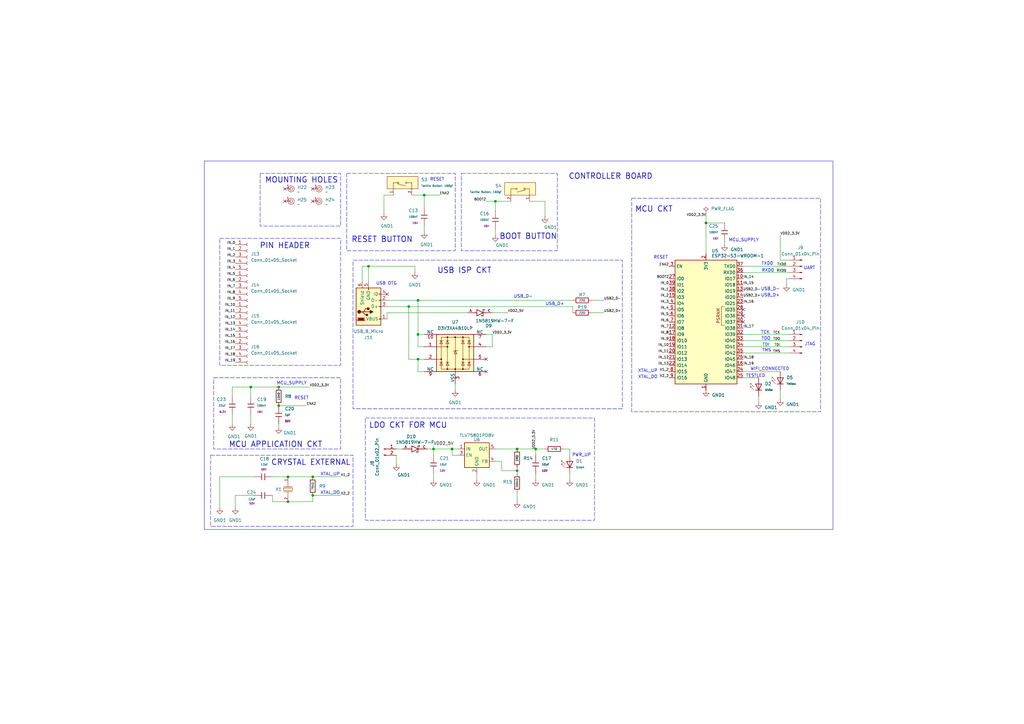
<source format=kicad_sch>
(kicad_sch (version 20231120) (generator "eeschema") (generator_version "8.0")
  (paper "A3")
  (title_block (title "Drishtikon ") (rev "v01") (comment 2 "creativecommons.org/licenses/by/4.0/") (comment 3 "License: CC by 4.0") (comment 4 "Author: "))
  (lib_symbols
    (symbol "1N5819HW-7-F:1N5819HW-7-F" (pin_names (offset 1.016))
      (property "Reference" "D" (at -5.08 2.54 0))
      (property "Value" "1N5819HW-7-F" (at -5.08 -3.81 0))
      (symbol "1N5819HW-7-F_0_0"
        (pin passive line (at -5.08 0 0) (length 2.54) (name "~") (number "A"))
        (pin passive line (at 5.08 0 180) (length 2.54) (name "~") (number "C"))
      )
    )
    (symbol "Connector:Conn_01x02_Pin" (pin_names (offset 1.016) hide)
      (property "Reference" "J" (at 0 2.54 0))
      (property "Value" "Conn_01x02_Pin" (at 0 -5.08 0))
      (symbol "Conn_01x02_Pin_1_1"
        (pin passive line (at 5.08 0 180) (length 3.81) (name "Pin_1") (number "1"))
        (pin passive line (at 5.08 -2.54 180) (length 3.81) (name "Pin_2") (number "2"))
      )
    )
    (symbol "Connector:Conn_01x04_Pin" (pin_names (offset 1.016) hide)
      (property "Reference" "J" (at 0 5.08 0))
      (property "Value" "Conn_01x04_Pin" (at 0 -7.62 0))
      (symbol "Conn_01x04_Pin_1_1"
        (pin passive line (at 5.08 2.54 180) (length 3.81) (name "Pin_1") (number "1"))
        (pin passive line (at 5.08 0 180) (length 3.81) (name "Pin_2") (number "2"))
        (pin passive line (at 5.08 -2.54 180) (length 3.81) (name "Pin_3") (number "3"))
        (pin passive line (at 5.08 -5.08 180) (length 3.81) (name "Pin_4") (number "4"))
      )
    )
    (symbol "Connector:Conn_01x05_Socket" (pin_names (offset 1.016) hide)
      (property "Reference" "J" (at 0 7.62 0))
      (property "Value" "Conn_01x05_Socket" (at 0 -7.62 0))
      (symbol "Conn_01x05_Socket_1_1"
        (pin passive line (at -5.08 5.08 0) (length 3.81) (name "Pin_1") (number "1"))
        (pin passive line (at -5.08 2.54 0) (length 3.81) (name "Pin_2") (number "2"))
        (pin passive line (at -5.08 0 0) (length 3.81) (name "Pin_3") (number "3"))
        (pin passive line (at -5.08 -2.54 0) (length 3.81) (name "Pin_4") (number "4"))
        (pin passive line (at -5.08 -5.08 0) (length 3.81) (name "Pin_5") (number "5"))
      )
    )
    (symbol "Connector:USB_B_Micro" (pin_names (offset 1.016))
      (property "Reference" "J" (at -5.08 11.43 0))
      (property "Value" "USB_B_Micro" (at -5.08 8.89 0))
      (symbol "USB_B_Micro_1_1"
        (pin power_out line (at 7.62 5.08 180) (length 2.54) (name "VBUS") (number "1"))
        (pin bidirectional line (at 7.62 -2.54 180) (length 2.54) (name "D-") (number "2"))
        (pin bidirectional line (at 7.62 0 180) (length 2.54) (name "D+") (number "3"))
        (pin passive line (at 7.62 -5.08 180) (length 2.54) (name "ID") (number "4"))
        (pin power_out line (at 0 -10.16 90) (length 2.54) (name "GND") (number "5"))
        (pin passive line (at -2.54 -10.16 90) (length 2.54) (name "Shield") (number "6"))
      )
    )
    (symbol "PCM_JLCPCB-Capacitors:0402,100nF" (pin_numbers hide) (pin_names (offset 0))
      (property "Reference" "C" (at 2.032 1.668 0))
      (property "Value" "100nF" (at 2.032 -0.3782 0))
      (property "Voltage Rated" "16V" (at 2.032 -2.0462 0))
      (symbol "0402,100nF_1_1"
        (pin passive line (at 0 3.81 270) (length 3.175) (name "~") (number "1"))
        (pin passive line (at 0 -3.81 90) (length 3.175) (name "~") (number "2"))
      )
    )
    (symbol "PCM_JLCPCB-Capacitors:0402,12pF" (pin_numbers hide) (pin_names (offset 0))
      (property "Reference" "C" (at 2.032 1.668 0))
      (property "Value" "12pF" (at 2.032 -0.3782 0))
      (property "Voltage Rated" "50V" (at 2.032 -2.0462 0))
      (symbol "0402,12pF_1_1"
        (pin passive line (at 0 3.81 270) (length 3.175) (name "~") (number "1"))
        (pin passive line (at 0 -3.81 90) (length 3.175) (name "~") (number "2"))
      )
    )
    (symbol "PCM_JLCPCB-Capacitors:0402,1pF" (pin_numbers hide) (pin_names (offset 0))
      (property "Reference" "C" (at 2.032 1.668 0))
      (property "Value" "1pF" (at 2.032 -0.3782 0))
      (property "Voltage Rated" "50V" (at 2.032 -2.0462 0))
      (symbol "0402,1pF_1_1"
        (pin passive line (at 0 3.81 270) (length 3.175) (name "~") (number "1"))
        (pin passive line (at 0 -3.81 90) (length 3.175) (name "~") (number "2"))
      )
    )
    (symbol "PCM_JLCPCB-Capacitors:0603,10uF" (pin_numbers hide) (pin_names (offset 0))
      (property "Reference" "C" (at 2.032 1.668 0))
      (property "Value" "10uF" (at 2.032 -0.3782 0))
      (property "Voltage Rated" "10V" (at 2.032 -2.0462 0))
      (symbol "0603,10uF_1_1"
        (pin passive line (at 0 3.81 270) (length 3.175) (name "~") (number "1"))
        (pin passive line (at 0 -3.81 90) (length 3.175) (name "~") (number "2"))
      )
    )
    (symbol "PCM_JLCPCB-Capacitors:0603,22uF" (pin_numbers hide) (pin_names (offset 0))
      (property "Reference" "C" (at 2.032 1.668 0))
      (property "Value" "22uF" (at 2.032 -0.3782 0))
      (property "Voltage Rated" "6.3V" (at 2.032 -2.0462 0))
      (symbol "0603,22uF_1_1"
        (pin passive line (at 0 3.81 270) (length 3.175) (name "~") (number "1"))
        (pin passive line (at 0 -3.81 90) (length 3.175) (name "~") (number "2"))
      )
    )
    (symbol "PCM_JLCPCB-Connectors_Buttons:Tactile Button, 160gf, 12V, 50mA, 4.0mm" (pin_names hide)
      (property "Reference" "S" (at 0 1.27 0))
      (property "Value" "Tactile Button, 160gf" (at 0 -8.89 0))
      (symbol "Tactile Button, 160gf, 12V, 50mA, 4.0mm_0_1"
        (pin unspecified line (at -5.08 2.54 0) (length 2.54) (name "A") (number "1"))
        (pin unspecified line (at -5.08 -5.08 0) (length 2.54) (name "B") (number "2"))
      )
    )
    (symbol "PCM_JLCPCB-Crystals:Crystal, 32.768kHz, 13pF" (pin_names hide)
      (property "Reference" "X" (at 0 3.5 0))
      (symbol "Crystal, 32.768kHz, 13pF_0_1"
        (pin unspecified line (at -5.08 0 0) (length 2.54) (name "1") (number "1"))
        (pin unspecified line (at 5.08 0 180) (length 2.54) (name "2") (number "2"))
      )
    )
    (symbol "PCM_JLCPCB-Diodes:LED,0805,Green" (pin_numbers hide) (pin_names (offset 0))
      (property "Reference" "D" (at 2.032 0.834 0))
      (property "Value" "Green" (at 2.032 -1.2122 0))
      (symbol "LED,0805,Green_1_1"
        (pin passive line (at 0 -3.81 90) (length 3.81) (name "~") (number "1"))
        (pin passive line (at 0 3.81 270) (length 3.81) (name "~") (number "2"))
      )
    )
    (symbol "PCM_JLCPCB-Diodes:LED,0805,White" (pin_numbers hide) (pin_names (offset 0))
      (property "Reference" "D" (at 2.032 0.834 0))
      (property "Value" "White" (at 2.032 -1.2122 0))
      (symbol "LED,0805,White_1_1"
        (pin passive line (at 0 -3.81 90) (length 3.81) (name "~") (number "1"))
        (pin passive line (at 0 3.81 270) (length 3.81) (name "~") (number "2"))
      )
    )
    (symbol "PCM_JLCPCB-Diodes:LED,0805,Yellow" (pin_numbers hide) (pin_names (offset 0))
      (property "Reference" "D" (at 2.032 0.834 0))
      (property "Value" "Yellow" (at 2.032 -1.2122 0))
      (symbol "LED,0805,Yellow_1_1"
        (pin passive line (at 0 -3.81 90) (length 3.81) (name "~") (number "1"))
        (pin passive line (at 0 3.81 270) (length 3.81) (name "~") (number "2"))
      )
    )
    (symbol "PCM_JLCPCB-Manufacturing:Mounting Hole, 3mm, Via Stiched"
      (property "Reference" "H" (at 2.286 0 0))
      (symbol "Mounting Hole, 3mm, Via Stiched_1_1"
        (pin passive line (at -2.54 0 0) (length 2.54) (name "") (number "1"))
      )
    )
    (symbol "PCM_JLCPCB-Resistors:0402,10kΩ" (pin_numbers hide) (pin_names (offset 0))
      (property "Reference" "R" (at 1.778 0 0))
      (property "Value" "10kΩ" (at 0 0 90))
      (symbol "0402,10kΩ_1_1"
        (pin passive line (at 0 3.81 270) (length 1.27) (name "~") (number "1"))
        (pin passive line (at 0 -3.81 90) (length 1.27) (name "~") (number "2"))
      )
    )
    (symbol "PCM_JLCPCB-Resistors:0402,1MΩ" (pin_numbers hide) (pin_names (offset 0))
      (property "Reference" "R" (at 1.778 0 0))
      (property "Value" "1MΩ" (at 0 0 90))
      (symbol "0402,1MΩ_1_1"
        (pin passive line (at 0 3.81 270) (length 1.27) (name "~") (number "1"))
        (pin passive line (at 0 -3.81 90) (length 1.27) (name "~") (number "2"))
      )
    )
    (symbol "PCM_JLCPCB-Resistors:0402,200kΩ" (pin_numbers hide) (pin_names (offset 0))
      (property "Reference" "R" (at 1.778 0 0))
      (property "Value" "200kΩ" (at 0 0 90))
      (symbol "0402,200kΩ_1_1"
        (pin passive line (at 0 3.81 270) (length 1.27) (name "~") (number "1"))
        (pin passive line (at 0 -3.81 90) (length 1.27) (name "~") (number "2"))
      )
    )
    (symbol "PCM_JLCPCB-Resistors:0402,22Ω" (pin_numbers hide) (pin_names (offset 0))
      (property "Reference" "R" (at 1.778 0 0))
      (property "Value" "22Ω" (at 0 0 90))
      (symbol "0402,22Ω_1_1"
        (pin passive line (at 0 3.81 270) (length 1.27) (name "~") (number "1"))
        (pin passive line (at 0 -3.81 90) (length 1.27) (name "~") (number "2"))
      )
    )
    (symbol "PCM_JLCPCB-Resistors:0402,75kΩ" (pin_numbers hide) (pin_names (offset 0))
      (property "Reference" "R" (at 1.778 0 0))
      (property "Value" "75kΩ" (at 0 0 90))
      (symbol "0402,75kΩ_1_1"
        (pin passive line (at 0 3.81 270) (length 1.27) (name "~") (number "1"))
        (pin passive line (at 0 -3.81 90) (length 1.27) (name "~") (number "2"))
      )
    )
    (symbol "PCM_JLCPCB-Resistors:0603,47Ω" (pin_numbers hide) (pin_names (offset 0))
      (property "Reference" "R" (at 1.778 0 0))
      (property "Value" "47Ω" (at 0 0 90))
      (symbol "0603,47Ω_1_1"
        (pin passive line (at 0 3.81 270) (length 1.27) (name "~") (number "1"))
        (pin passive line (at 0 -3.81 90) (length 1.27) (name "~") (number "2"))
      )
    )
    (symbol "Power_Protection:D3V3XA4B10LP" (pin_names (offset 0))
      (property "Reference" "U" (at -0.635 8.89 0))
      (property "Value" "D3V3XA4B10LP" (at 8.89 -10.16 0))
      (symbol "D3V3XA4B10LP_1_1"
        (pin passive line (at -12.7 2.54 0) (length 5.08) (name "~") (number "1"))
        (pin free line (at -12.7 7.62 0) (length 5.08) (name "NC") (number "10"))
        (pin passive line (at -12.7 -2.54 0) (length 5.08) (name "~") (number "2"))
        (pin power_in line (at 0 -12.7 90) (length 5.08) (name "VSS") (number "3"))
        (pin passive line (at 12.7 2.54 180) (length 5.08) (name "~") (number "4"))
        (pin passive line (at 12.7 -2.54 180) (length 5.08) (name "~") (number "5"))
        (pin free line (at 12.7 -7.62 180) (length 5.08) (name "NC") (number "6"))
        (pin free line (at 12.7 7.62 180) (length 5.08) (name "NC") (number "7"))
        (pin passive line (at 0 -12.7 90) (length 5.08) hide (name "VSS") (number "8"))
        (pin free line (at -12.7 -7.62 0) (length 5.08) (name "NC") (number "9"))
      )
    )
    (symbol "RF_Module:ESP32-S3-WROOM-1"
      (property "Reference" "U" (at -12.7 26.67 0))
      (property "Value" "ESP32-S3-WROOM-1" (at 12.7 26.67 0))
      (symbol "ESP32-S3-WROOM-1_0_0"
        (text "PSRAM" (at 5.08 2.54 900) (effects (font (size 1.27 1.27))))
      )
      (symbol "ESP32-S3-WROOM-1_1_1"
        (pin power_in line (at 0 -27.94 90) (length 2.54) (name "GND") (number "1"))
        (pin bidirectional line (at 15.24 17.78 180) (length 2.54) (name "IO17") (number "10"))
        (pin bidirectional line (at 15.24 15.24 180) (length 2.54) (name "IO18") (number "11"))
        (pin bidirectional line (at -15.24 -2.54 0) (length 2.54) (name "IO8") (number "12"))
        (pin bidirectional line (at 15.24 12.7 180) (length 2.54) (name "IO19") (number "13"))
        (pin bidirectional line (at 15.24 10.16 180) (length 2.54) (name "IO20") (number "14"))
        (pin bidirectional line (at -15.24 10.16 0) (length 2.54) (name "IO3") (number "15"))
        (pin bidirectional line (at 15.24 -17.78 180) (length 2.54) (name "IO46") (number "16"))
        (pin bidirectional line (at -15.24 -5.08 0) (length 2.54) (name "IO9") (number "17"))
        (pin bidirectional line (at -15.24 -7.62 0) (length 2.54) (name "IO10") (number "18"))
        (pin bidirectional line (at -15.24 -10.16 0) (length 2.54) (name "IO11") (number "19"))
        (pin power_in line (at 0 27.94 270) (length 2.54) (name "3V3") (number "2"))
        (pin bidirectional line (at -15.24 -12.7 0) (length 2.54) (name "IO12") (number "20"))
        (pin bidirectional line (at -15.24 -15.24 0) (length 2.54) (name "IO13") (number "21"))
        (pin bidirectional line (at -15.24 -17.78 0) (length 2.54) (name "IO14") (number "22"))
        (pin bidirectional line (at 15.24 7.62 180) (length 2.54) (name "IO21") (number "23"))
        (pin bidirectional line (at 15.24 -20.32 180) (length 2.54) (name "IO47") (number "24"))
        (pin bidirectional line (at 15.24 -22.86 180) (length 2.54) (name "IO48") (number "25"))
        (pin bidirectional line (at 15.24 -15.24 180) (length 2.54) (name "IO45") (number "26"))
        (pin bidirectional line (at -15.24 17.78 0) (length 2.54) (name "IO0") (number "27"))
        (pin bidirectional line (at 15.24 5.08 180) (length 2.54) (name "IO35") (number "28"))
        (pin bidirectional line (at 15.24 2.54 180) (length 2.54) (name "IO36") (number "29"))
        (pin input line (at -15.24 22.86 0) (length 2.54) (name "EN") (number "3"))
        (pin bidirectional line (at 15.24 0 180) (length 2.54) (name "IO37") (number "30"))
        (pin bidirectional line (at 15.24 -2.54 180) (length 2.54) (name "IO38") (number "31"))
        (pin bidirectional line (at 15.24 -5.08 180) (length 2.54) (name "IO39") (number "32"))
        (pin bidirectional line (at 15.24 -7.62 180) (length 2.54) (name "IO40") (number "33"))
        (pin bidirectional line (at 15.24 -10.16 180) (length 2.54) (name "IO41") (number "34"))
        (pin bidirectional line (at 15.24 -12.7 180) (length 2.54) (name "IO42") (number "35"))
        (pin bidirectional line (at 15.24 20.32 180) (length 2.54) (name "RXD0") (number "36"))
        (pin bidirectional line (at 15.24 22.86 180) (length 2.54) (name "TXD0") (number "37"))
        (pin bidirectional line (at -15.24 12.7 0) (length 2.54) (name "IO2") (number "38"))
        (pin bidirectional line (at -15.24 15.24 0) (length 2.54) (name "IO1") (number "39"))
        (pin bidirectional line (at -15.24 7.62 0) (length 2.54) (name "IO4") (number "4"))
        (pin passive line (at 0 -27.94 90) (length 2.54) hide (name "GND") (number "40"))
        (pin passive line (at 0 -27.94 90) (length 2.54) hide (name "GND") (number "41"))
        (pin bidirectional line (at -15.24 5.08 0) (length 2.54) (name "IO5") (number "5"))
        (pin bidirectional line (at -15.24 2.54 0) (length 2.54) (name "IO6") (number "6"))
        (pin bidirectional line (at -15.24 0 0) (length 2.54) (name "IO7") (number "7"))
        (pin bidirectional line (at -15.24 -20.32 0) (length 2.54) (name "IO15") (number "8"))
        (pin bidirectional line (at -15.24 -22.86 0) (length 2.54) (name "IO16") (number "9"))
      )
    )
    (symbol "Regulator_Linear:TLV75801PDBV"
      (property "Reference" "U" (at -3.81 6.35 0))
      (property "Value" "TLV75801PDBV" (at 0 6.35 0))
      (symbol "TLV75801PDBV_1_1"
        (pin power_in line (at -7.62 2.54 0) (length 2.54) (name "IN") (number "1"))
        (pin power_in line (at 0 -7.62 90) (length 2.54) (name "GND") (number "2"))
        (pin input line (at -7.62 0 0) (length 2.54) (name "EN") (number "3"))
        (pin input line (at 7.62 -2.54 180) (length 2.54) (name "FB") (number "4"))
        (pin power_out line (at 7.62 2.54 180) (length 2.54) (name "OUT") (number "5"))
      )
    )
    (symbol "power:GND1" (power) (pin_numbers hide) (pin_names (offset 0) hide)
      (property "Value" "GND1" (at 0 -3.81 0))
      (symbol "GND1_1_1"
        (pin power_in line (at 0 0 270) (length 0) (name "~") (number "1"))
      )
    )
    (symbol "power:PWR_FLAG" (power) (pin_numbers hide) (pin_names (offset 0) hide)
      (property "Value" "PWR_FLAG" (at 0 3.81 0))
      (symbol "PWR_FLAG_0_0"
        (pin power_out line (at 0 0 90) (length 0) (name "~") (number "1"))
      )
    )
  )
  (junction (at 128.27 195.58))
  (junction (at 212.09 193.04))
  (junction (at 151.13 109.22))
  (junction (at 177.8 184.15))
  (junction (at 171.45 123.19))
  (junction (at 114.3 166.37))
  (junction (at 102.87 158.75))
  (junction (at 171.45 137.16))
  (junction (at 128.27 203.2))
  (junction (at 212.09 184.15))
  (junction (at 118.11 205.74))
  (junction (at 171.45 147.32))
  (junction (at 185.42 184.15))
  (junction (at 167.64 125.73))
  (junction (at 173.99 80.01))
  (junction (at 203.2 82.55))
  (junction (at 289.56 91.44))
  (junction (at 114.3 158.75))
  (junction (at 118.11 195.58))
  (junction (at 219.71 184.15))
  (no_connect (at 128.27 77.47))
  (no_connect (at 128.27 82.55))
  (no_connect (at 199.39 152.4))
  (no_connect (at 158.75 120.65))
  (no_connect (at 116.84 77.47))
  (no_connect (at 199.39 147.32))
  (no_connect (at 116.84 82.55))
  (no_connect (at 304.8 129.54))
  (no_connect (at 304.8 127))
  (no_connect (at 304.8 132.08))
  (wire (pts (xy 320.04 160.02) (xy 320.04 163.83)))
  (wire (pts (xy 104.14 195.58) (xy 90.17 195.58)))
  (wire (pts (xy 304.8 137.16) (xy 323.85 137.16)))
  (wire (pts (xy 173.99 80.01) (xy 180.34 80.01)))
  (wire (pts (xy 158.75 128.27) (xy 191.77 128.27)))
  (wire (pts (xy 201.93 137.16) (xy 199.39 137.16)))
  (wire (pts (xy 212.09 201.93) (xy 212.09 205.74)))
  (wire (pts (xy 186.69 157.48) (xy 186.69 160.02)))
  (wire (pts (xy 212.09 193.04) (xy 212.09 194.31)))
  (wire (pts (xy 242.57 128.27) (xy 247.65 128.27)))
  (wire (pts (xy 175.26 184.15) (xy 177.8 184.15)))
  (wire (pts (xy 304.8 109.22) (xy 323.85 109.22)))
  (wire (pts (xy 304.8 144.78) (xy 323.85 144.78)))
  (wire (pts (xy 171.45 137.16) (xy 173.99 137.16)))
  (wire (pts (xy 114.3 158.75) (xy 127 158.75)))
  (wire (pts (xy 323.85 114.3) (xy 322.58 114.3)))
  (wire (pts (xy 289.56 87.63) (xy 289.56 91.44)))
  (wire (pts (xy 219.71 184.15) (xy 219.71 186.69)))
  (wire (pts (xy 158.75 125.73) (xy 167.64 125.73)))
  (wire (pts (xy 219.71 194.31) (xy 219.71 196.85)))
  (wire (pts (xy 323.85 106.68) (xy 320.04 106.68)))
  (wire (pts (xy 162.56 184.15) (xy 165.1 184.15)))
  (wire (pts (xy 173.99 95.25) (xy 173.99 92.71)))
  (wire (pts (xy 203.2 82.55) (xy 203.2 86.36)))
  (wire (pts (xy 170.18 109.22) (xy 170.18 111.76)))
  (wire (pts (xy 167.64 147.32) (xy 171.45 147.32)))
  (wire (pts (xy 102.87 158.75) (xy 114.3 158.75)))
  (wire (pts (xy 185.42 184.15) (xy 187.96 184.15)))
  (wire (pts (xy 203.2 184.15) (xy 212.09 184.15)))
  (wire (pts (xy 111.76 205.74) (xy 118.11 205.74)))
  (wire (pts (xy 304.8 154.94) (xy 311.15 154.94)))
  (wire (pts (xy 304.8 111.76) (xy 323.85 111.76)))
  (wire (pts (xy 217.17 82.55) (xy 223.52 82.55)))
  (wire (pts (xy 320.04 96.52) (xy 320.04 106.68)))
  (wire (pts (xy 167.64 125.73) (xy 167.64 147.32)))
  (wire (pts (xy 157.48 80.01) (xy 157.48 87.63)))
  (wire (pts (xy 168.91 80.01) (xy 173.99 80.01)))
  (wire (pts (xy 203.2 189.23) (xy 205.74 189.23)))
  (wire (pts (xy 171.45 142.24) (xy 171.45 137.16)))
  (wire (pts (xy 158.75 123.19) (xy 171.45 123.19)))
  (wire (pts (xy 162.56 190.5) (xy 162.56 186.69)))
  (wire (pts (xy 171.45 152.4) (xy 173.99 152.4)))
  (wire (pts (xy 95.25 158.75) (xy 102.87 158.75)))
  (wire (pts (xy 90.17 195.58) (xy 90.17 208.28)))
  (wire (pts (xy 157.48 80.01) (xy 161.29 80.01)))
  (wire (pts (xy 128.27 195.58) (xy 139.7 195.58)))
  (wire (pts (xy 231.14 184.15) (xy 233.68 184.15)))
  (wire (pts (xy 304.8 139.7) (xy 323.85 139.7)))
  (wire (pts (xy 118.11 205.74) (xy 128.27 205.74)))
  (wire (pts (xy 212.09 191.77) (xy 212.09 193.04)))
  (wire (pts (xy 102.87 162.56) (xy 102.87 158.75)))
  (wire (pts (xy 289.56 91.44) (xy 289.56 104.14)))
  (wire (pts (xy 199.39 142.24) (xy 201.93 142.24)))
  (wire (pts (xy 177.8 194.31) (xy 177.8 196.85)))
  (wire (pts (xy 322.58 114.3) (xy 322.58 116.84)))
  (wire (pts (xy 151.13 115.57) (xy 151.13 109.22)))
  (wire (pts (xy 171.45 123.19) (xy 234.95 123.19)))
  (wire (pts (xy 297.18 91.44) (xy 289.56 91.44)))
  (wire (pts (xy 111.76 195.58) (xy 118.11 195.58)))
  (wire (pts (xy 203.2 96.52) (xy 203.2 93.98)))
  (wire (pts (xy 297.18 100.33) (xy 297.18 99.06)))
  (wire (pts (xy 208.28 128.27) (xy 201.93 128.27)))
  (wire (pts (xy 102.87 170.18) (xy 102.87 173.99)))
  (wire (pts (xy 203.2 82.55) (xy 209.55 82.55)))
  (wire (pts (xy 233.68 194.31) (xy 233.68 196.85)))
  (wire (pts (xy 118.11 195.58) (xy 128.27 195.58)))
  (wire (pts (xy 173.99 147.32) (xy 171.45 147.32)))
  (wire (pts (xy 223.52 184.15) (xy 219.71 184.15)))
  (wire (pts (xy 104.14 203.2) (xy 96.52 203.2)))
  (wire (pts (xy 320.04 152.4) (xy 304.8 152.4)))
  (wire (pts (xy 177.8 182.88) (xy 177.8 184.15)))
  (wire (pts (xy 195.58 194.31) (xy 195.58 196.85)))
  (wire (pts (xy 173.99 85.09) (xy 173.99 80.01)))
  (wire (pts (xy 171.45 147.32) (xy 171.45 152.4)))
  (wire (pts (xy 203.2 82.55) (xy 199.39 82.55)))
  (wire (pts (xy 311.15 162.56) (xy 311.15 165.1)))
  (wire (pts (xy 234.95 125.73) (xy 234.95 128.27)))
  (wire (pts (xy 114.3 175.26) (xy 114.3 173.99)))
  (wire (pts (xy 114.3 166.37) (xy 125.73 166.37)))
  (wire (pts (xy 148.59 115.57) (xy 148.59 109.22)))
  (wire (pts (xy 148.59 109.22) (xy 151.13 109.22)))
  (wire (pts (xy 171.45 123.19) (xy 171.45 137.16)))
  (wire (pts (xy 223.52 82.55) (xy 223.52 88.9)))
  (wire (pts (xy 212.09 184.15) (xy 219.71 184.15)))
  (wire (pts (xy 185.42 186.69) (xy 185.42 184.15)))
  (wire (pts (xy 96.52 203.2) (xy 96.52 208.28)))
  (wire (pts (xy 158.75 128.27) (xy 158.75 130.81)))
  (wire (pts (xy 173.99 142.24) (xy 171.45 142.24)))
  (wire (pts (xy 242.57 123.19) (xy 247.65 123.19)))
  (wire (pts (xy 205.74 193.04) (xy 212.09 193.04)))
  (wire (pts (xy 111.76 205.74) (xy 111.76 203.2)))
  (wire (pts (xy 95.25 162.56) (xy 95.25 158.75)))
  (wire (pts (xy 177.8 184.15) (xy 177.8 186.69)))
  (wire (pts (xy 128.27 203.2) (xy 139.7 203.2)))
  (wire (pts (xy 304.8 142.24) (xy 323.85 142.24)))
  (wire (pts (xy 167.64 125.73) (xy 234.95 125.73)))
  (wire (pts (xy 205.74 189.23) (xy 205.74 193.04)))
  (wire (pts (xy 233.68 184.15) (xy 233.68 186.69)))
  (wire (pts (xy 151.13 109.22) (xy 170.18 109.22)))
  (wire (pts (xy 177.8 184.15) (xy 185.42 184.15)))
  (wire (pts (xy 128.27 205.74) (xy 128.27 203.2)))
  (wire (pts (xy 95.25 170.18) (xy 95.25 173.99)))
  (wire (pts (xy 187.96 186.69) (xy 185.42 186.69)))
  (wire (pts (xy 201.93 142.24) (xy 201.93 137.16)))
  (rectangle (start 86.36 186.69) (end 144.78 215.9) (stroke (width 0) (type dash)))
  (rectangle (start 189.23 71.12) (end 228.6 102.87) (stroke (width 0) (type dash)))
  (rectangle (start 144.78 106.68) (end 255.27 167.64) (stroke (width 0) (type dash)))
  (rectangle (start 259.08 81.28) (end 336.55 168.91) (stroke (width 0) (type dash)))
  (rectangle (start 142.24 71.12) (end 186.69 102.87) (stroke (width 0) (type dash)))
  (rectangle (start 149.86 171.45) (end 243.84 213.36) (stroke (width 0) (type dash)))
  (rectangle (start 87.63 154.94) (end 139.7 184.15) (stroke (width 0) (type dash)))
  (rectangle (start 90.17 97.79) (end 139.7 149.86) (stroke (width 0) (type dash)))
  (rectangle (start 106.68 71.12) (end 139.7 92.71) (stroke (width 0) (type dash)))
  (rectangle (start 83.82 66.04) (end 341.63 217.17))
  (text "RESET" (at 123.698 163.322 0) (effects (font (size 1.27 1.27))))
  (text "MCU_SUPPLY" (at 119.634 157.226 0) (effects (font (size 1.27 1.27))))
  (text "UART" (at 331.978 109.982 0) (effects (font (size 1.27 1.27))))
  (text "MCU CKT" (at 268.224 85.852 0) (effects (font (size 2.27 2.27) (thickness 0.254) (bold yes))))
  (text "TMS" (at 314.452 143.764 0) (effects (font (size 1.27 1.27))))
  (text "RESET" (at 179.324 73.66 0) (effects (font (size 1.27 1.27))))
  (text "TDI" (at 314.198 141.478 0) (effects (font (size 1.27 1.27))))
  (text "MCU APPLICATION CKT" (at 113.03 182.372 0) (effects (font (size 2.27 2.27) (thickness 0.254) (bold yes))))
  (text "TDO" (at 314.198 138.938 0) (effects (font (size 1.27 1.27))))
  (text "MCU_SUPPLY" (at 305.054 98.552 0) (effects (font (size 1.27 1.27))))
  (text "USB_D+" (at 315.976 121.158 0) (effects (font (size 1.27 1.27))))
  (text "TESTLED" (at 309.88 154.178 0) (effects (font (size 1.27 1.27))))
  (text "JTAG" (at 332.232 141.224 0) (effects (font (size 1.27 1.27))))
  (text "BOOT BUTTON\n" (at 216.662 97.028 0) (effects (font (size 2.27 2.27) (thickness 0.254) (bold yes))))
  (text "USB_D+" (at 227.584 124.714 0) (effects (font (size 1.27 1.27))))
  (text "LDO CKT FOR MCU" (at 167.386 174.498 0) (effects (font (size 2.27 2.27) (thickness 0.254) (bold yes))))
  (text "CONTROLLER BOARD" (at 250.444 72.39 0) (effects (font (size 2.27 2.27) (thickness 0.254) (bold yes))))
  (text "RESET BUTTON" (at 156.718 98.298 0) (effects (font (size 2.27 2.27) (thickness 0.254) (bold yes))))
  (text "WIFI_CONNECTED" (at 315.722 151.384 0) (effects (font (size 1.27 1.27))))
  (text "MOUNTING HOLES" (at 123.698 73.914 0) (effects (font (size 2.27 2.27) (thickness 0.254) (bold yes))))
  (text "USB_D-" (at 315.976 118.618 0) (effects (font (size 1.27 1.27))))
  (text "USB_D-" (at 214.63 121.666 0) (effects (font (size 1.27 1.27))))
  (text "CRYSTAL EXTERNAL" (at 127.508 189.738 0) (effects (font (size 2.27 2.27) (thickness 0.254) (bold yes))))
  (text "XTAL_UP" (at 265.684 152.146 0) (effects (font (size 1.27 1.27))))
  (text "PWR_UP" (at 238.506 186.69 0) (effects (font (size 1.27 1.27))))
  (text "XTAL_UP" (at 135.382 194.564 0) (effects (font (size 1.27 1.27))))
  (text "PIN HEADER" (at 116.84 100.838 0) (effects (font (size 2.27 2.27) (thickness 0.254) (bold yes))))
  (text "USB ISP CKT" (at 190.5 110.998 0) (effects (font (size 2.27 2.27) (thickness 0.254) (bold yes))))
  (text "USB OTG" (at 158.496 116.332 0) (effects (font (size 1.27 1.27))))
  (text "TCK\n" (at 313.944 136.398 0) (effects (font (size 1.27 1.27))))
  (text "XTAL_DO" (at 265.684 154.686 0) (effects (font (size 1.27 1.27))))
  (text "TXD0" (at 314.706 108.204 0) (effects (font (size 1.27 1.27))))
  (text "RXD0" (at 314.96 110.998 0) (effects (font (size 1.27 1.27))))
  (text "RESET" (at 271.018 105.664 0) (effects (font (size 1.27 1.27))))
  (text "XTAL_DO" (at 135.382 202.184 0) (effects (font (size 1.27 1.27))))
  (label "IN_2" (at 274.32 121.92 180) (effects (font (size 1 1))))
  (label "IN_19" (at 96.52 148.59 180) (effects (font (size 1 1))))
  (label "IN_4" (at 96.52 110.49 180) (effects (font (size 1 1))))
  (label "VDD2_3.3V" (at 289.56 88.9 180) (effects (font (size 1 1))))
  (label "IN_12" (at 96.52 130.81 180) (effects (font (size 1 1))))
  (label "VDD2_3.3V" (at 219.71 184.15 90) (effects (font (size 1 1))))
  (label "IN_11" (at 96.52 128.27 180) (effects (font (size 1 1))))
  (label "IN_9" (at 274.32 139.7 180) (effects (font (size 1 1))))
  (label "X1_2" (at 139.7 195.58 0) (effects (font (size 1 1))))
  (label "IN_0" (at 96.52 100.33 180) (effects (font (size 1 1))))
  (label "VDD2_5V" (at 208.28 128.27 0) (effects (font (size 1 1))))
  (label "TMS" (at 320.04 144.78 180) (effects (font (size 1 1))))
  (label "USB2_D-" (at 304.8 119.38 0) (effects (font (size 1 1))))
  (label "IN_1" (at 274.32 119.38 180) (effects (font (size 1 1))))
  (label "IN_0" (at 274.32 116.84 180) (effects (font (size 1 1))))
  (label "IN_16" (at 304.8 124.46 0) (effects (font (size 1 1))))
  (label "IN_7" (at 274.32 134.62 180) (effects (font (size 1 1))))
  (label "IN_5" (at 274.32 129.54 180) (effects (font (size 1 1))))
  (label "IN_3" (at 96.52 107.95 180) (effects (font (size 1 1))))
  (label "USB2_D+" (at 304.8 121.92 0) (effects (font (size 1 1))))
  (label "IN_7" (at 96.52 118.11 180) (effects (font (size 1 1))))
  (label "IN_10" (at 96.52 125.73 180) (effects (font (size 1 1))))
  (label "IN_6" (at 274.32 132.08 180) (effects (font (size 1 1))))
  (label "IN_17" (at 304.8 134.62 0) (effects (font (size 1 1))))
  (label "IN_17" (at 96.52 143.51 180) (effects (font (size 1 1))))
  (label "IN_14" (at 96.52 135.89 180) (effects (font (size 1 1))))
  (label "IN_5" (at 96.52 113.03 180) (effects (font (size 1 1))))
  (label "BOOT2" (at 199.39 82.55 180) (effects (font (size 1 1))))
  (label "IN_18" (at 304.8 147.32 0) (effects (font (size 1 1))))
  (label "IN_15" (at 96.52 138.43 180) (effects (font (size 1 1))))
  (label "IN_11" (at 274.32 144.78 180) (effects (font (size 1 1))))
  (label "VDD2_5V" (at 177.8 182.88 0))
  (label "IN_13" (at 96.52 133.35 180) (effects (font (size 1 1))))
  (label "VDD2_3.3V" (at 320.04 96.52 0) (effects (font (size 1 1))))
  (label "IN_13" (at 274.32 149.86 180) (effects (font (size 1 1))))
  (label "IN_14" (at 304.8 114.3 0) (effects (font (size 1 1))))
  (label "TXD0" (at 322.58 109.22 180) (effects (font (size 1 1))))
  (label "VDD2_3.3V" (at 201.93 137.16 0) (effects (font (size 1 1))))
  (label "IN_15" (at 304.8 116.84 0) (effects (font (size 1 1))))
  (label "ENA2" (at 274.32 109.22 180) (effects (font (size 1 1))))
  (label "IN_2" (at 96.52 105.41 180) (effects (font (size 1 1))))
  (label "IN_16" (at 96.52 140.97 180) (effects (font (size 1 1))))
  (label "IN_1" (at 96.52 102.87 180) (effects (font (size 1 1))))
  (label "IN_19" (at 304.8 149.86 0) (effects (font (size 1 1))))
  (label "IN_4" (at 274.32 127 180) (effects (font (size 1 1))))
  (label "VDD2_3.3V" (at 127 158.75 0) (effects (font (size 1 1))))
  (label "ENA2" (at 125.73 166.37 0) (effects (font (size 1 1))))
  (label "IN_3" (at 274.32 124.46 180) (effects (font (size 1 1))))
  (label "IN_12" (at 274.32 147.32 180) (effects (font (size 1 1))))
  (label "TCK" (at 320.04 137.16 180) (effects (font (size 1 1))))
  (label "TDO" (at 320.04 139.7 180) (effects (font (size 1 1))))
  (label "IN_18" (at 96.52 146.05 180) (effects (font (size 1 1))))
  (label "IN_10" (at 274.32 142.24 180) (effects (font (size 1 1))))
  (label "IN_8" (at 274.32 137.16 180) (effects (font (size 1 1))))
  (label "X2_2" (at 274.32 154.94 180) (effects (font (size 1 1))))
  (label "RXD0" (at 322.58 111.76 180) (effects (font (size 1 1))))
  (label "BOOT2" (at 274.32 114.3 180) (effects (font (size 1 1))))
  (label "USB2_D-" (at 247.65 123.19 0) (effects (font (size 1 1))))
  (label "X2_2" (at 139.7 203.2 0) (effects (font (size 1 1))))
  (label "X1_2" (at 274.32 152.4 180) (effects (font (size 1 1))))
  (label "IN_6" (at 96.52 115.57 180) (effects (font (size 1 1))))
  (label "TDI" (at 320.04 142.24 180) (effects (font (size 1 1))))
  (label "IN_9" (at 96.52 123.19 180) (effects (font (size 1 1))))
  (label "IN_8" (at 96.52 120.65 180) (effects (font (size 1 1))))
  (label "ENA2" (at 180.34 80.01 0) (effects (font (size 1 1))))
  (label "USB2_D+" (at 247.65 128.27 0) (effects (font (size 1 1))))
  (symbol (lib_id "power:GND1") (at 186.69 160.02 0) (unit 1)
    (property "Reference" "#PWR056" (effects (hide yes)))
    (property "Value" "GND1" (at 186.69 165.1 0))
    (property "Description" "Power symbol creates a global label with name \"GND1\" , ground" (effects (hide yes)))
  )
  (symbol (lib_id "power:GND1") (at 173.99 95.25 0) (unit 1)
    (property "Reference" "#PWR050" (effects (hide yes)))
    (property "Value" "GND1" (at 175.006 100.33 0))
    (property "Description" "Power symbol creates a global label with name \"GND1\" , ground" (effects (hide yes)))
  )
  (symbol (lib_id "power:GND1") (at 320.04 163.83 0) (unit 1)
    (property "Reference" "#PWR030" (effects (hide yes)))
    (property "Value" "GND1" (at 325.12 165.862 0))
    (property "Description" "Power symbol creates a global label with name \"GND1\" , ground" (effects (hide yes)))
  )
  (symbol (lib_id "Connector:Conn_01x05_Socket") (at 101.6 130.81 0) (unit 1)
    (property "Reference" "J15" (at 102.87 129.5399 0) (effects (justify left)))
    (property "Value" "Conn_01x05_Socket" (at 102.87 132.0799 0) (effects (justify left)))
    (property "Footprint" "Connector_PinHeader_2.54mm:PinHeader_1x05_P2.54mm_Vertical" (effects (hide yes)))
    (property "Description" "Generic connector, single row, 01x05, script generated" (effects (hide yes)))
  )
  (symbol (lib_id "power:GND1") (at 170.18 111.76 0) (unit 1)
    (property "Reference" "#PWR059" (effects (hide yes)))
    (property "Value" "GND1" (at 170.18 116.84 0))
    (property "Description" "Power symbol creates a global label with name \"GND1\" , ground" (effects (hide yes)))
  )
  (symbol (lib_id "PCM_JLCPCB-Capacitors:0402,100nF") (at 102.87 166.37 0) (unit 1)
    (property "Reference" "C19" (at 105.41 163.8299 0) (effects (justify left)))
    (property "Value" "100nF" (at 105.41 166.37 0) (effects (font (size 0.8 0.8)) (justify left)))
    (property "Footprint" "PCM_JLCPCB:C_0402" (effects (hide yes)))
    (property "Datasheet" "https://www.lcsc.com/datasheet/lcsc_datasheet_2304140030_Samsung-Electro-Mechanics-CL05B104KO5NNNC_C1525.pdf" (effects (hide yes)))
    (property "Description" "16V 100nF X7R ±10% 0402 Multilayer Ceramic Capacitors MLCC - SMD/SMT ROHS" (effects (hide yes)))
    (property "LCSC" "C1525" (effects (hide yes)))
    (property "Stock" "20208285" (effects (hide yes)))
    (property "Price" "0.004USD" (effects (hide yes)))
    (property "Process" "SMT" (effects (hide yes)))
    (property "Minimum Qty" "20" (effects (hide yes)))
    (property "Attrition Qty" "10" (effects (hide yes)))
    (property "Class" "Basic Component" (effects (hide yes)))
    (property "Category" "Capacitors,Multilayer Ceramic Capacitors MLCC - SMD/SMT" (effects (hide yes)))
    (property "Manufacturer" "Samsung Electro-Mechanics" (effects (hide yes)))
    (property "Part" "CL05B104KO5NNNC" (effects (hide yes)))
    (property "Voltage Rated" "16V" (at 105.41 168.91 0) (effects (font (size 0.8 0.8)) (justify left)))
    (property "Tolerance" "±10%" (effects (hide yes)))
    (property "Capacitance" "100nF" (effects (hide yes)))
    (property "Temperature Coefficient" "X7R" (effects (hide yes)))
  )
  (symbol (lib_id "PCM_JLCPCB-Capacitors:0402,12pF") (at 107.95 203.2 90) (mirror x) (unit 1)
    (property "Reference" "C24" (at 103.124 201.93 90))
    (property "Value" "12pF" (at 103.378 204.724 90) (effects (font (size 0.8 0.8))))
    (property "Footprint" "PCM_JLCPCB:C_0402" (effects (hide yes)))
    (property "Datasheet" "https://www.lcsc.com/datasheet/lcsc_datasheet_2304140030_FH--Guangdong-Fenghua-Advanced-Tech-0402CG120J500NT_C1547.pdf" (effects (hide yes)))
    (property "Description" "50V 12pF C0G ±5% 0402 Multilayer Ceramic Capacitors MLCC - SMD/SMT ROHS" (effects (hide yes)))
    (property "LCSC" "C1547" (effects (hide yes)))
    (property "Stock" "2360965" (effects (hide yes)))
    (property "Price" "0.004USD" (effects (hide yes)))
    (property "Process" "SMT" (effects (hide yes)))
    (property "Minimum Qty" "20" (effects (hide yes)))
    (property "Attrition Qty" "10" (effects (hide yes)))
    (property "Class" "Basic Component" (effects (hide yes)))
    (property "Category" "Capacitors,Multilayer Ceramic Capacitors MLCC - SMD/SMT" (effects (hide yes)))
    (property "Manufacturer" "FH(Guangdong Fenghua Advanced Tech)" (effects (hide yes)))
    (property "Part" "0402CG120J500NT" (effects (hide yes)))
    (property "Voltage Rated" "50V" (at 103.378 206.502 90) (effects (font (size 0.8 0.8))))
    (property "Tolerance" "±5%" (effects (hide yes)))
    (property "Capacitance" "12pF" (effects (hide yes)))
    (property "Temperature Coefficient" "C0G" (effects (hide yes)))
  )
  (symbol (lib_id "PCM_JLCPCB-Capacitors:0402,12pF") (at 107.95 195.58 90) (unit 1)
    (property "Reference" "C18" (at 108.458 188.214 90))
    (property "Value" "12pF" (at 108.458 190.5 90) (effects (font (size 0.8 0.8))))
    (property "Footprint" "PCM_JLCPCB:C_0402" (effects (hide yes)))
    (property "Datasheet" "https://www.lcsc.com/datasheet/lcsc_datasheet_2304140030_FH--Guangdong-Fenghua-Advanced-Tech-0402CG120J500NT_C1547.pdf" (effects (hide yes)))
    (property "Description" "50V 12pF C0G ±5% 0402 Multilayer Ceramic Capacitors MLCC - SMD/SMT ROHS" (effects (hide yes)))
    (property "LCSC" "C1547" (effects (hide yes)))
    (property "Stock" "2360965" (effects (hide yes)))
    (property "Price" "0.004USD" (effects (hide yes)))
    (property "Process" "SMT" (effects (hide yes)))
    (property "Minimum Qty" "20" (effects (hide yes)))
    (property "Attrition Qty" "10" (effects (hide yes)))
    (property "Class" "Basic Component" (effects (hide yes)))
    (property "Category" "Capacitors,Multilayer Ceramic Capacitors MLCC - SMD/SMT" (effects (hide yes)))
    (property "Manufacturer" "FH(Guangdong Fenghua Advanced Tech)" (effects (hide yes)))
    (property "Part" "0402CG120J500NT" (effects (hide yes)))
    (property "Voltage Rated" "50V" (at 108.204 192.532 90) (effects (font (size 0.8 0.8))))
    (property "Tolerance" "±5%" (effects (hide yes)))
    (property "Capacitance" "12pF" (effects (hide yes)))
    (property "Temperature Coefficient" "C0G" (effects (hide yes)))
  )
  (symbol (lib_id "PCM_JLCPCB-Resistors:0402,200kΩ") (at 212.09 198.12 0) (unit 1)
    (property "Reference" "R15" (at 206.248 197.612 0) (effects (justify left)))
    (property "Value" "200kΩ" (at 212.09 198.12 90) (effects (font (size 0.8 0.8))))
    (property "Footprint" "PCM_JLCPCB:R_0402" (effects (hide yes)))
    (property "Datasheet" "https://www.lcsc.com/datasheet/lcsc_datasheet_2206010100_UNI-ROYAL-Uniroyal-Elec-0402WGF2003TCE_C25764.pdf" (effects (hide yes)))
    (property "Description" "62.5mW Thick Film Resistors 50V ±100ppm/°C ±1% 200kΩ 0402 Chip Resistor - Surface Mount ROHS" (effects (hide yes)))
    (property "LCSC" "C25764" (effects (hide yes)))
    (property "Stock" "880535" (effects (hide yes)))
    (property "Price" "0.004USD" (effects (hide yes)))
    (property "Process" "SMT" (effects (hide yes)))
    (property "Minimum Qty" "20" (effects (hide yes)))
    (property "Attrition Qty" "10" (effects (hide yes)))
    (property "Class" "Basic Component" (effects (hide yes)))
    (property "Category" "Resistors,Chip Resistor - Surface Mount" (effects (hide yes)))
    (property "Manufacturer" "UNI-ROYAL(Uniroyal Elec)" (effects (hide yes)))
    (property "Part" "0402WGF2003TCE" (effects (hide yes)))
    (property "Resistance" "200kΩ" (effects (hide yes)))
    (property "Power(Watts)" "62.5mW" (effects (hide yes)))
    (property "Type" "Thick Film Resistors" (effects (hide yes)))
    (property "Overload Voltage (Max)" "50V" (effects (hide yes)))
    (property "Operating Temperature Range" "-55°C~+155°C" (effects (hide yes)))
    (property "Tolerance" "±1%" (effects (hide yes)))
    (property "Temperature Coefficient" "±100ppm/°C" (effects (hide yes)))
  )
  (symbol (lib_id "Power_Protection:D3V3XA4B10LP") (at 186.69 144.78 0) (unit 1)
    (property "Reference" "U7" (at 186.69 132.08 0))
    (property "Value" "D3V3XA4B10LP" (at 186.69 134.62 0))
    (property "Footprint" "Package_DFN_QFN:Diodes_UDFN-10_1.0x2.5mm_P0.5mm" (effects (hide yes)))
    (property "Datasheet" "https://www.diodes.com/assets/Datasheets/D3V3XA4B10LP.pdf" (effects (hide yes)))
    (property "Description" "4-Channel Low Capacitance TVS Diode Array, DFN-10" (effects (hide yes)))
  )
  (symbol (lib_id "PCM_JLCPCB-Capacitors:0402,100nF") (at 203.2 90.17 0) (mirror y) (unit 1)
    (property "Reference" "C16" (at 200.66 87.6299 0) (effects (justify left)))
    (property "Value" "100nF" (at 200.66 90.17 0) (effects (font (size 0.8 0.8)) (justify left)))
    (property "Footprint" "PCM_JLCPCB:C_0402" (effects (hide yes)))
    (property "Datasheet" "https://www.lcsc.com/datasheet/lcsc_datasheet_2304140030_Samsung-Electro-Mechanics-CL05B104KO5NNNC_C1525.pdf" (effects (hide yes)))
    (property "Description" "16V 100nF X7R ±10% 0402 Multilayer Ceramic Capacitors MLCC - SMD/SMT ROHS" (effects (hide yes)))
    (property "LCSC" "C1525" (effects (hide yes)))
    (property "Stock" "20208285" (effects (hide yes)))
    (property "Price" "0.004USD" (effects (hide yes)))
    (property "Process" "SMT" (effects (hide yes)))
    (property "Minimum Qty" "20" (effects (hide yes)))
    (property "Attrition Qty" "10" (effects (hide yes)))
    (property "Class" "Basic Component" (effects (hide yes)))
    (property "Category" "Capacitors,Multilayer Ceramic Capacitors MLCC - SMD/SMT" (effects (hide yes)))
    (property "Manufacturer" "Samsung Electro-Mechanics" (effects (hide yes)))
    (property "Part" "CL05B104KO5NNNC" (effects (hide yes)))
    (property "Voltage Rated" "16V" (at 200.66 92.71 0) (effects (font (size 0.8 0.8)) (justify left)))
    (property "Tolerance" "±10%" (effects (hide yes)))
    (property "Capacitance" "100nF" (effects (hide yes)))
    (property "Temperature Coefficient" "X7R" (effects (hide yes)))
  )
  (symbol (lib_id "Connector:Conn_01x05_Socket") (at 101.6 143.51 0) (unit 1)
    (property "Reference" "J16" (at 102.87 142.2399 0) (effects (justify left)))
    (property "Value" "Conn_01x05_Socket" (at 102.87 144.7799 0) (effects (justify left)))
    (property "Footprint" "Connector_PinHeader_2.54mm:PinHeader_1x05_P2.54mm_Vertical" (effects (hide yes)))
    (property "Description" "Generic connector, single row, 01x05, script generated" (effects (hide yes)))
  )
  (symbol (lib_id "PCM_JLCPCB-Manufacturing:Mounting Hole, 3mm, Via Stiched") (at 119.38 77.47 0) (unit 1)
    (property "Reference" "H22" (at 121.92 76.8349 0) (effects (justify left)))
    (property "Value" "~" (at 121.92 78.74 0) (effects (justify left)))
    (property "Footprint" "PCM_JLCPCB:Hole, 3mm" (effects (hide yes)))
  )
  (symbol (lib_id "PCM_JLCPCB-Capacitors:0603,22uF") (at 95.25 166.37 0) (mirror y) (unit 1)
    (property "Reference" "C23" (at 92.71 163.8299 0) (effects (justify left)))
    (property "Value" "22uF" (at 92.71 166.37 0) (effects (font (size 0.8 0.8)) (justify left)))
    (property "Footprint" "PCM_JLCPCB:C_0603" (effects (hide yes)))
    (property "Datasheet" "https://www.lcsc.com/datasheet/lcsc_datasheet_2304140030_Samsung-Electro-Mechanics-CL10A226MQ8NRNC_C59461.pdf" (effects (hide yes)))
    (property "Description" "6.3V 22uF X5R ±20% 0603 Multilayer Ceramic Capacitors MLCC - SMD/SMT ROHS" (effects (hide yes)))
    (property "LCSC" "C59461" (effects (hide yes)))
    (property "Stock" "5081183" (effects (hide yes)))
    (property "Price" "0.012USD" (effects (hide yes)))
    (property "Process" "SMT" (effects (hide yes)))
    (property "Minimum Qty" "20" (effects (hide yes)))
    (property "Attrition Qty" "10" (effects (hide yes)))
    (property "Class" "Basic Component" (effects (hide yes)))
    (property "Category" "Capacitors,Multilayer Ceramic Capacitors MLCC - SMD/SMT" (effects (hide yes)))
    (property "Manufacturer" "Samsung Electro-Mechanics" (effects (hide yes)))
    (property "Part" "CL10A226MQ8NRNC" (effects (hide yes)))
    (property "Voltage Rated" "6.3V" (at 92.71 168.91 0) (effects (font (size 0.8 0.8)) (justify left)))
    (property "Tolerance" "±20%" (effects (hide yes)))
    (property "Capacitance" "22uF" (effects (hide yes)))
    (property "Temperature Coefficient" "X5R" (effects (hide yes)))
  )
  (symbol (lib_id "power:GND1") (at 96.52 208.28 0) (unit 1)
    (property "Reference" "#PWR054" (effects (hide yes)))
    (property "Value" "GND1" (at 96.52 213.36 0))
    (property "Description" "Power symbol creates a global label with name \"GND1\" , ground" (effects (hide yes)))
  )
  (symbol (lib_id "power:GND1") (at 219.71 196.85 0) (unit 1)
    (property "Reference" "#PWR039" (effects (hide yes)))
    (property "Value" "GND1" (at 224.79 198.882 0))
    (property "Description" "Power symbol creates a global label with name \"GND1\" , ground" (effects (hide yes)))
  )
  (symbol (lib_id "power:GND1") (at 223.52 88.9 0) (unit 1)
    (property "Reference" "#PWR052" (effects (hide yes)))
    (property "Value" "GND1" (at 225.806 93.218 0))
    (property "Description" "Power symbol creates a global label with name \"GND1\" , ground" (effects (hide yes)))
  )
  (symbol (lib_id "PCM_JLCPCB-Diodes:LED,0805,White") (at 311.15 158.75 0) (unit 1)
    (property "Reference" "D2" (at 313.69 157.3846 0) (effects (justify left)))
    (property "Value" "White" (at 313.69 159.9247 0) (effects (font (size 0.8 0.8)) (justify left)))
    (property "Footprint" "PCM_JLCPCB:D_0805" (effects (hide yes)))
    (property "Datasheet" "https://www.lcsc.com/datasheet/lcsc_datasheet_2305091500_Hubei-KENTO-Elec-KT-0805W_C34499.pdf" (effects (hide yes)))
    (property "Description" "0805 LED Indication - Discrete ROHS" (effects (hide yes)))
    (property "LCSC" "C34499" (effects (hide yes)))
    (property "Stock" "505726" (effects (hide yes)))
    (property "Price" "0.020USD" (effects (hide yes)))
    (property "Process" "SMT" (effects (hide yes)))
    (property "Minimum Qty" "20" (effects (hide yes)))
    (property "Attrition Qty" "8" (effects (hide yes)))
    (property "Class" "Basic Component" (effects (hide yes)))
    (property "Category" "Optocouplers & LEDs & Infrared,Light Emitting Diodes (LED)" (effects (hide yes)))
    (property "Manufacturer" "Hubei KENTO Elec" (effects (hide yes)))
    (property "Part" "KT-0805W" (effects (hide yes)))
  )
  (symbol (lib_id "PCM_JLCPCB-Resistors:0402,10kΩ") (at 114.3 162.56 0) (unit 1)
    (property "Reference" "R8" (at 116.84 162.5599 0) (effects (justify left)))
    (property "Value" "10kΩ" (at 114.3 162.56 90) (effects (font (size 0.8 0.8))))
    (property "Footprint" "PCM_JLCPCB:R_0402" (effects (hide yes)))
    (property "Datasheet" "https://www.lcsc.com/datasheet/lcsc_datasheet_2411221126_UNI-ROYAL-Uniroyal-Elec-0402WGF1002TCE_C25744.pdf" (effects (hide yes)))
    (property "Description" "62.5mW Thick Film Resistors 50V ±100ppm/°C ±1% 10kΩ 0402 Chip Resistor - Surface Mount ROHS" (effects (hide yes)))
    (property "LCSC" "C25744" (effects (hide yes)))
    (property "Stock" "24372091" (effects (hide yes)))
    (property "Price" "0.004USD" (effects (hide yes)))
    (property "Process" "SMT" (effects (hide yes)))
    (property "Minimum Qty" "20" (effects (hide yes)))
    (property "Attrition Qty" "10" (effects (hide yes)))
    (property "Class" "Basic Component" (effects (hide yes)))
    (property "Category" "Resistors,Chip Resistor - Surface Mount" (effects (hide yes)))
    (property "Manufacturer" "UNI-ROYAL(Uniroyal Elec)" (effects (hide yes)))
    (property "Part" "0402WGF1002TCE" (effects (hide yes)))
    (property "Resistance" "10kΩ" (effects (hide yes)))
    (property "Power(Watts)" "62.5mW" (effects (hide yes)))
    (property "Type" "Thick Film Resistors" (effects (hide yes)))
    (property "Overload Voltage (Max)" "50V" (effects (hide yes)))
    (property "Operating Temperature Range" "-55°C~+155°C" (effects (hide yes)))
    (property "Tolerance" "±1%" (effects (hide yes)))
    (property "Temperature Coefficient" "±100ppm/°C" (effects (hide yes)))
  )
  (symbol (lib_id "PCM_JLCPCB-Resistors:0402,22Ω") (at 238.76 128.27 90) (unit 1)
    (property "Reference" "R19" (at 238.76 125.984 90))
    (property "Value" "22Ω" (at 238.76 128.27 90) (effects (font (size 0.8 0.8))))
    (property "Footprint" "PCM_JLCPCB:R_0402" (effects (hide yes)))
    (property "Datasheet" "https://www.lcsc.com/datasheet/lcsc_datasheet_2205311900_UNI-ROYAL-Uniroyal-Elec-0402WGF220JTCE_C25092.pdf" (effects (hide yes)))
    (property "Description" "62.5mW Thick Film Resistors 50V ±1% ±100ppm/°C 22Ω 0402 Chip Resistor - Surface Mount ROHS" (effects (hide yes)))
    (property "LCSC" "C25092" (effects (hide yes)))
    (property "Stock" "7466061" (effects (hide yes)))
    (property "Price" "0.004USD" (effects (hide yes)))
    (property "Process" "SMT" (effects (hide yes)))
    (property "Minimum Qty" "20" (effects (hide yes)))
    (property "Attrition Qty" "10" (effects (hide yes)))
    (property "Class" "Basic Component" (effects (hide yes)))
    (property "Category" "Resistors,Chip Resistor - Surface Mount" (effects (hide yes)))
    (property "Manufacturer" "UNI-ROYAL(Uniroyal Elec)" (effects (hide yes)))
    (property "Part" "0402WGF220JTCE" (effects (hide yes)))
    (property "Resistance" "22Ω" (effects (hide yes)))
    (property "Power(Watts)" "62.5mW" (effects (hide yes)))
    (property "Type" "Thick Film Resistors" (effects (hide yes)))
    (property "Overload Voltage (Max)" "50V" (effects (hide yes)))
    (property "Operating Temperature Range" "-55°C~+155°C" (effects (hide yes)))
    (property "Tolerance" "±1%" (effects (hide yes)))
    (property "Temperature Coefficient" "±100ppm/°C" (effects (hide yes)))
  )
  (symbol (lib_id "power:GND1") (at 195.58 196.85 0) (unit 1)
    (property "Reference" "#PWR037" (effects (hide yes)))
    (property "Value" "GND1" (at 200.66 198.882 0))
    (property "Description" "Power symbol creates a global label with name \"GND1\" , ground" (effects (hide yes)))
  )
  (symbol (lib_id "PCM_JLCPCB-Capacitors:0603,10uF") (at 177.8 190.5 0) (unit 1)
    (property "Reference" "C21" (at 180.34 187.9599 0) (effects (justify left)))
    (property "Value" "10uF" (at 180.34 190.5 0) (effects (font (size 0.8 0.8)) (justify left)))
    (property "Footprint" "PCM_JLCPCB:C_0603" (effects (hide yes)))
    (property "Datasheet" "https://www.lcsc.com/datasheet/lcsc_datasheet_2304140030_Samsung-Electro-Mechanics-CL10A106KP8NNNC_C19702.pdf" (effects (hide yes)))
    (property "Description" "10V 10uF X5R ±10% 0603 Multilayer Ceramic Capacitors MLCC - SMD/SMT ROHS" (effects (hide yes)))
    (property "LCSC" "C19702" (effects (hide yes)))
    (property "Stock" "9881407" (effects (hide yes)))
    (property "Price" "0.009USD" (effects (hide yes)))
    (property "Process" "SMT" (effects (hide yes)))
    (property "Minimum Qty" "20" (effects (hide yes)))
    (property "Attrition Qty" "10" (effects (hide yes)))
    (property "Class" "Basic Component" (effects (hide yes)))
    (property "Category" "Capacitors,Multilayer Ceramic Capacitors MLCC - SMD/SMT" (effects (hide yes)))
    (property "Manufacturer" "Samsung Electro-Mechanics" (effects (hide yes)))
    (property "Part" "CL10A106KP8NNNC" (effects (hide yes)))
    (property "Voltage Rated" "10V" (at 180.34 193.04 0) (effects (font (size 0.8 0.8)) (justify left)))
    (property "Tolerance" "±10%" (effects (hide yes)))
    (property "Capacitance" "10uF" (effects (hide yes)))
    (property "Temperature Coefficient" "X5R" (effects (hide yes)))
  )
  (symbol (lib_id "power:GND1") (at 203.2 96.52 0) (unit 1)
    (property "Reference" "#PWR051" (effects (hide yes)))
    (property "Value" "GND1" (at 205.994 100.584 0))
    (property "Description" "Power symbol creates a global label with name \"GND1\" , ground" (effects (hide yes)))
  )
  (symbol (lib_id "1N5819HW-7-F:1N5819HW-7-F") (at 170.18 184.15 0) (unit 1)
    (property "Reference" "D10" (at 168.656 179.07 0))
    (property "Value" "1N5819HW-7-F" (at 170.18 181.356 0))
    (property "Footprint" "1N5819HW_7_F:SOD3715X145N" (effects (hide yes)))
    (property "PARTREV" "18-2" (effects (hide yes)))
    (property "STANDARD" "IPC-7351B" (effects (hide yes)))
    (property "MANUFACTURER" "Diodes Inc." (effects (hide yes)))
  )
  (symbol (lib_id "PCM_JLCPCB-Connectors_Buttons:Tactile Button, 160gf, 12V, 50mA, 4.0mm") (at 214.63 77.47 270) (mirror x) (unit 1)
    (property "Reference" "S4" (at 205.74 76.1999 90) (effects (justify right)))
    (property "Value" "Tactile Button, 160gf" (at 205.74 78.74 90) (effects (font (size 0.8 0.8)) (justify right)))
    (property "Footprint" "PCM_JLCPCB:SW_TS-1088-AR02016" (effects (hide yes)))
    (property "Datasheet" "https://www.lcsc.com/datasheet/lcsc_datasheet_2304140030_XUNPU-TS-1088-AR02016_C720477.pdf" (effects (hide yes)))
    (property "Description" "Without 50mA 4mm 100MΩ 100000 Times 12V 160gf 3mm 2mm Round Button Standing paste SPST SMD Tactile Switches ROHS" (effects (hide yes)))
    (property "LCSC" "C720477" (effects (hide yes)))
    (property "Stock" "346801" (effects (hide yes)))
    (property "Price" "0.044USD" (effects (hide yes)))
    (property "Process" "SMT" (effects (hide yes)))
    (property "Minimum Qty" "5" (effects (hide yes)))
    (property "Attrition Qty" "4" (effects (hide yes)))
    (property "Class" "Basic Component" (effects (hide yes)))
    (property "Category" "Switches,Tactile Switches" (effects (hide yes)))
    (property "Manufacturer" "XUNPU" (effects (hide yes)))
    (property "Part" "TS-1088-AR02016" (effects (hide yes)))
    (property "Switch Length" "4mm" (effects (hide yes)))
    (property "Voltage Rating (Dc)" "12V" (effects (hide yes)))
    (property "With Lamp" "No" (effects (hide yes)))
    (property "Operating Force" "160gf@±50gf" (effects (hide yes)))
    (property "Actuator/Cap Color" "Black" (effects (hide yes)))
    (property "Mechanical Life" "100000 Times" (effects (hide yes)))
    (property "Strike Gundam" "NO" (effects (hide yes)))
    (property "Circuit" "SPST" (effects (hide yes)))
    (property "Switch Height" "2mm" (effects (hide yes)))
    (property "Actuator Style" "Round Button" (effects (hide yes)))
    (property "Switch Width" "3mm" (effects (hide yes)))
    (property "Contact Current" "50mA" (effects (hide yes)))
    (property "Operating Temperature" "-30°C~+80°C" (effects (hide yes)))
    (property "Mounting Style" "Brick nogging" (effects (hide yes)))
    (property "Insulation Resistance" "100MΩ" (effects (hide yes)))
    (property "Pin Style" "SMDSplicing" (effects (hide yes)))
  )
  (symbol (lib_id "power:GND1") (at 322.58 116.84 0) (unit 1)
    (property "Reference" "#PWR042" (effects (hide yes)))
    (property "Value" "GND1" (at 327.66 118.872 0))
    (property "Description" "Power symbol creates a global label with name \"GND1\" , ground" (effects (hide yes)))
  )
  (symbol (lib_id "power:GND1") (at 233.68 196.85 0) (unit 1)
    (property "Reference" "#PWR040" (effects (hide yes)))
    (property "Value" "GND1" (at 238.76 198.882 0))
    (property "Description" "Power symbol creates a global label with name \"GND1\" , ground" (effects (hide yes)))
  )
  (symbol (lib_id "power:GND1") (at 157.48 87.63 0) (unit 1)
    (property "Reference" "#PWR049" (effects (hide yes)))
    (property "Value" "GND1" (at 158.75 92.71 0))
    (property "Description" "Power symbol creates a global label with name \"GND1\" , ground" (effects (hide yes)))
  )
  (symbol (lib_id "power:GND1") (at 162.56 190.5 0) (unit 1)
    (property "Reference" "#PWR033" (effects (hide yes)))
    (property "Value" "GND1" (at 165.608 194.818 0))
    (property "Description" "Power symbol creates a global label with name \"GND1\" , ground" (effects (hide yes)))
  )
  (symbol (lib_id "PCM_JLCPCB-Capacitors:0402,100nF") (at 173.99 88.9 0) (mirror y) (unit 1)
    (property "Reference" "C13" (at 171.45 86.3599 0) (effects (justify left)))
    (property "Value" "100nF" (at 171.45 88.9 0) (effects (font (size 0.8 0.8)) (justify left)))
    (property "Footprint" "PCM_JLCPCB:C_0402" (effects (hide yes)))
    (property "Datasheet" "https://www.lcsc.com/datasheet/lcsc_datasheet_2304140030_Samsung-Electro-Mechanics-CL05B104KO5NNNC_C1525.pdf" (effects (hide yes)))
    (property "Description" "16V 100nF X7R ±10% 0402 Multilayer Ceramic Capacitors MLCC - SMD/SMT ROHS" (effects (hide yes)))
    (property "LCSC" "C1525" (effects (hide yes)))
    (property "Stock" "20208285" (effects (hide yes)))
    (property "Price" "0.004USD" (effects (hide yes)))
    (property "Process" "SMT" (effects (hide yes)))
    (property "Minimum Qty" "20" (effects (hide yes)))
    (property "Attrition Qty" "10" (effects (hide yes)))
    (property "Class" "Basic Component" (effects (hide yes)))
    (property "Category" "Capacitors,Multilayer Ceramic Capacitors MLCC - SMD/SMT" (effects (hide yes)))
    (property "Manufacturer" "Samsung Electro-Mechanics" (effects (hide yes)))
    (property "Part" "CL05B104KO5NNNC" (effects (hide yes)))
    (property "Voltage Rated" "16V" (at 171.45 91.44 0) (effects (font (size 0.8 0.8)) (justify left)))
    (property "Tolerance" "±10%" (effects (hide yes)))
    (property "Capacitance" "100nF" (effects (hide yes)))
    (property "Temperature Coefficient" "X7R" (effects (hide yes)))
  )
  (symbol (lib_id "power:GND1") (at 102.87 173.99 0) (unit 1)
    (property "Reference" "#PWR045" (effects (hide yes)))
    (property "Value" "GND1" (at 102.87 178.816 0))
    (property "Description" "Power symbol creates a global label with name \"GND1\" , ground" (effects (hide yes)))
  )
  (symbol (lib_id "PCM_JLCPCB-Capacitors:0402,100nF") (at 297.18 95.25 0) (mirror y) (unit 1)
    (property "Reference" "C25" (at 294.64 92.7099 0) (effects (justify left)))
    (property "Value" "100nF" (at 294.64 95.25 0) (effects (font (size 0.8 0.8)) (justify left)))
    (property "Footprint" "PCM_JLCPCB:C_0402" (effects (hide yes)))
    (property "Datasheet" "https://www.lcsc.com/datasheet/lcsc_datasheet_2304140030_Samsung-Electro-Mechanics-CL05B104KO5NNNC_C1525.pdf" (effects (hide yes)))
    (property "Description" "16V 100nF X7R ±10% 0402 Multilayer Ceramic Capacitors MLCC - SMD/SMT ROHS" (effects (hide yes)))
    (property "LCSC" "C1525" (effects (hide yes)))
    (property "Stock" "20208285" (effects (hide yes)))
    (property "Price" "0.004USD" (effects (hide yes)))
    (property "Process" "SMT" (effects (hide yes)))
    (property "Minimum Qty" "20" (effects (hide yes)))
    (property "Attrition Qty" "10" (effects (hide yes)))
    (property "Class" "Basic Component" (effects (hide yes)))
    (property "Category" "Capacitors,Multilayer Ceramic Capacitors MLCC - SMD/SMT" (effects (hide yes)))
    (property "Manufacturer" "Samsung Electro-Mechanics" (effects (hide yes)))
    (property "Part" "CL05B104KO5NNNC" (effects (hide yes)))
    (property "Voltage Rated" "16V" (at 294.64 97.79 0) (effects (font (size 0.8 0.8)) (justify left)))
    (property "Tolerance" "±10%" (effects (hide yes)))
    (property "Capacitance" "100nF" (effects (hide yes)))
    (property "Temperature Coefficient" "X7R" (effects (hide yes)))
  )
  (symbol (lib_id "PCM_JLCPCB-Capacitors:0402,1pF") (at 114.3 170.18 180) (unit 1)
    (property "Reference" "C20" (at 116.84 167.6399 0) (effects (justify right)))
    (property "Value" "1pF" (at 116.84 170.18 0) (effects (font (size 0.8 0.8)) (justify right)))
    (property "Footprint" "PCM_JLCPCB:C_0402" (effects (hide yes)))
    (property "Datasheet" "https://www.lcsc.com/datasheet/lcsc_datasheet_2304140030_FH--Guangdong-Fenghua-Advanced-Tech-0402CG1R0C500NT_C1550.pdf" (effects (hide yes)))
    (property "Description" "50V 1pF C0G 0402 Multilayer Ceramic Capacitors MLCC - SMD/SMT ROHS" (effects (hide yes)))
    (property "LCSC" "C1550" (effects (hide yes)))
    (property "Stock" "531558" (effects (hide yes)))
    (property "Price" "0.004USD" (effects (hide yes)))
    (property "Process" "SMT" (effects (hide yes)))
    (property "Minimum Qty" "20" (effects (hide yes)))
    (property "Attrition Qty" "10" (effects (hide yes)))
    (property "Class" "Preferred Component" (effects (hide yes)))
    (property "Category" "Capacitors,Multilayer Ceramic Capacitors MLCC - SMD/SMT" (effects (hide yes)))
    (property "Manufacturer" "FH(Guangdong Fenghua Advanced Tech)" (effects (hide yes)))
    (property "Part" "0402CG1R0C500NT" (effects (hide yes)))
    (property "Voltage Rated" "50V" (at 116.84 172.72 0) (effects (font (size 0.8 0.8)) (justify right)))
    (property "Capacitance" "1pF" (effects (hide yes)))
    (property "Temperature Coefficient" "C0G" (effects (hide yes)))
  )
  (symbol (lib_id "Connector:Conn_01x05_Socket") (at 101.6 105.41 0) (unit 1)
    (property "Reference" "J13" (at 102.87 104.1399 0) (effects (justify left)))
    (property "Value" "Conn_01x05_Socket" (at 102.87 106.6799 0) (effects (justify left)))
    (property "Footprint" "Connector_PinHeader_2.54mm:PinHeader_1x05_P2.54mm_Vertical" (effects (hide yes)))
    (property "Description" "Generic connector, single row, 01x05, script generated" (effects (hide yes)))
  )
  (symbol (lib_id "power:GND1") (at 177.8 196.85 0) (unit 1)
    (property "Reference" "#PWR036" (effects (hide yes)))
    (property "Value" "GND1" (at 182.88 198.882 0))
    (property "Description" "Power symbol creates a global label with name \"GND1\" , ground" (effects (hide yes)))
  )
  (symbol (lib_id "PCM_JLCPCB-Capacitors:0603,10uF") (at 219.71 190.5 0) (unit 1)
    (property "Reference" "C17" (at 222.25 187.9599 0) (effects (justify left)))
    (property "Value" "10uF" (at 222.25 190.5 0) (effects (font (size 0.8 0.8)) (justify left)))
    (property "Footprint" "PCM_JLCPCB:C_0603" (effects (hide yes)))
    (property "Datasheet" "https://www.lcsc.com/datasheet/lcsc_datasheet_2304140030_Samsung-Electro-Mechanics-CL10A106KP8NNNC_C19702.pdf" (effects (hide yes)))
    (property "Description" "10V 10uF X5R ±10% 0603 Multilayer Ceramic Capacitors MLCC - SMD/SMT ROHS" (effects (hide yes)))
    (property "LCSC" "C19702" (effects (hide yes)))
    (property "Stock" "9881407" (effects (hide yes)))
    (property "Price" "0.009USD" (effects (hide yes)))
    (property "Process" "SMT" (effects (hide yes)))
    (property "Minimum Qty" "20" (effects (hide yes)))
    (property "Attrition Qty" "10" (effects (hide yes)))
    (property "Class" "Basic Component" (effects (hide yes)))
    (property "Category" "Capacitors,Multilayer Ceramic Capacitors MLCC - SMD/SMT" (effects (hide yes)))
    (property "Manufacturer" "Samsung Electro-Mechanics" (effects (hide yes)))
    (property "Part" "CL10A106KP8NNNC" (effects (hide yes)))
    (property "Voltage Rated" "10V" (at 222.25 193.04 0) (effects (font (size 0.8 0.8)) (justify left)))
    (property "Tolerance" "±10%" (effects (hide yes)))
    (property "Capacitance" "10uF" (effects (hide yes)))
    (property "Temperature Coefficient" "X5R" (effects (hide yes)))
  )
  (symbol (lib_id "power:GND1") (at 289.56 160.02 0) (unit 1)
    (property "Reference" "#PWR043" (effects (hide yes)))
    (property "Value" "GND1" (at 294.64 162.052 0))
    (property "Description" "Power symbol creates a global label with name \"GND1\" , ground" (effects (hide yes)))
  )
  (symbol (lib_id "PCM_JLCPCB-Resistors:0402,1MΩ") (at 212.09 187.96 0) (unit 1)
    (property "Reference" "R14" (at 214.63 187.9599 0) (effects (justify left)))
    (property "Value" "1MΩ" (at 212.09 187.96 90) (effects (font (size 0.8 0.8))))
    (property "Footprint" "PCM_JLCPCB:R_0402" (effects (hide yes)))
    (property "Datasheet" "https://www.lcsc.com/datasheet/lcsc_datasheet_2206010030_UNI-ROYAL-Uniroyal-Elec-0402WGF1004TCE_C26083.pdf" (effects (hide yes)))
    (property "Description" "62.5mW Thick Film Resistors 50V ±100ppm/°C ±1% 1MΩ 0402 Chip Resistor - Surface Mount ROHS" (effects (hide yes)))
    (property "LCSC" "C26083" (effects (hide yes)))
    (property "Stock" "2969173" (effects (hide yes)))
    (property "Price" "0.004USD" (effects (hide yes)))
    (property "Process" "SMT" (effects (hide yes)))
    (property "Minimum Qty" "20" (effects (hide yes)))
    (property "Attrition Qty" "10" (effects (hide yes)))
    (property "Class" "Basic Component" (effects (hide yes)))
    (property "Category" "Resistors,Chip Resistor - Surface Mount" (effects (hide yes)))
    (property "Manufacturer" "UNI-ROYAL(Uniroyal Elec)" (effects (hide yes)))
    (property "Part" "0402WGF1004TCE" (effects (hide yes)))
    (property "Resistance" "1MΩ" (effects (hide yes)))
    (property "Power(Watts)" "62.5mW" (effects (hide yes)))
    (property "Type" "Thick Film Resistors" (effects (hide yes)))
    (property "Overload Voltage (Max)" "50V" (effects (hide yes)))
    (property "Operating Temperature Range" "-55°C~+155°C" (effects (hide yes)))
    (property "Tolerance" "±1%" (effects (hide yes)))
    (property "Temperature Coefficient" "±100ppm/°C" (effects (hide yes)))
  )
  (symbol (lib_id "PCM_JLCPCB-Connectors_Buttons:Tactile Button, 160gf, 12V, 50mA, 4.0mm") (at 163.83 74.93 90) (unit 1)
    (property "Reference" "S3" (at 172.72 73.6599 90) (effects (justify right)))
    (property "Value" "Tactile Button, 160gf" (at 172.72 76.2 90) (effects (font (size 0.8 0.8)) (justify right)))
    (property "Footprint" "PCM_JLCPCB:SW_TS-1088-AR02016" (effects (hide yes)))
    (property "Datasheet" "https://www.lcsc.com/datasheet/lcsc_datasheet_2304140030_XUNPU-TS-1088-AR02016_C720477.pdf" (effects (hide yes)))
    (property "Description" "Without 50mA 4mm 100MΩ 100000 Times 12V 160gf 3mm 2mm Round Button Standing paste SPST SMD Tactile Switches ROHS" (effects (hide yes)))
    (property "LCSC" "C720477" (effects (hide yes)))
    (property "Stock" "346801" (effects (hide yes)))
    (property "Price" "0.044USD" (effects (hide yes)))
    (property "Process" "SMT" (effects (hide yes)))
    (property "Minimum Qty" "5" (effects (hide yes)))
    (property "Attrition Qty" "4" (effects (hide yes)))
    (property "Class" "Basic Component" (effects (hide yes)))
    (property "Category" "Switches,Tactile Switches" (effects (hide yes)))
    (property "Manufacturer" "XUNPU" (effects (hide yes)))
    (property "Part" "TS-1088-AR02016" (effects (hide yes)))
    (property "Switch Length" "4mm" (effects (hide yes)))
    (property "Voltage Rating (Dc)" "12V" (effects (hide yes)))
    (property "With Lamp" "No" (effects (hide yes)))
    (property "Operating Force" "160gf@±50gf" (effects (hide yes)))
    (property "Actuator/Cap Color" "Black" (effects (hide yes)))
    (property "Mechanical Life" "100000 Times" (effects (hide yes)))
    (property "Strike Gundam" "NO" (effects (hide yes)))
    (property "Circuit" "SPST" (effects (hide yes)))
    (property "Switch Height" "2mm" (effects (hide yes)))
    (property "Actuator Style" "Round Button" (effects (hide yes)))
    (property "Switch Width" "3mm" (effects (hide yes)))
    (property "Contact Current" "50mA" (effects (hide yes)))
    (property "Operating Temperature" "-30°C~+80°C" (effects (hide yes)))
    (property "Mounting Style" "Brick nogging" (effects (hide yes)))
    (property "Insulation Resistance" "100MΩ" (effects (hide yes)))
    (property "Pin Style" "SMDSplicing" (effects (hide yes)))
  )
  (symbol (lib_id "PCM_JLCPCB-Resistors:0603,47Ω") (at 227.33 184.15 90) (unit 1)
    (property "Reference" "R11" (at 227.33 180.34 90))
    (property "Value" "47Ω" (at 227.33 184.15 90) (effects (font (size 0.8 0.8))))
    (property "Footprint" "PCM_JLCPCB:R_0603" (effects (hide yes)))
    (property "Datasheet" "https://www.lcsc.com/datasheet/lcsc_datasheet_2206010116_UNI-ROYAL-Uniroyal-Elec-0603WAF470JT5E_C23182.pdf" (effects (hide yes)))
    (property "Description" "100mW Thick Film Resistors 75V ±100ppm/°C ±1% 47Ω 0603 Chip Resistor - Surface Mount ROHS" (effects (hide yes)))
    (property "LCSC" "C23182" (effects (hide yes)))
    (property "Stock" "1005542" (effects (hide yes)))
    (property "Price" "0.004USD" (effects (hide yes)))
    (property "Process" "SMT" (effects (hide yes)))
    (property "Minimum Qty" "20" (effects (hide yes)))
    (property "Attrition Qty" "10" (effects (hide yes)))
    (property "Class" "Basic Component" (effects (hide yes)))
    (property "Category" "Resistors,Chip Resistor - Surface Mount" (effects (hide yes)))
    (property "Manufacturer" "UNI-ROYAL(Uniroyal Elec)" (effects (hide yes)))
    (property "Part" "0603WAF470JT5E" (effects (hide yes)))
    (property "Resistance" "47Ω" (effects (hide yes)))
    (property "Power(Watts)" "100mW" (effects (hide yes)))
    (property "Type" "Thick Film Resistors" (effects (hide yes)))
    (property "Overload Voltage (Max)" "75V" (effects (hide yes)))
    (property "Operating Temperature Range" "-55°C~+155°C" (effects (hide yes)))
    (property "Tolerance" "±1%" (effects (hide yes)))
    (property "Temperature Coefficient" "±100ppm/°C" (effects (hide yes)))
  )
  (symbol (lib_id "power:GND1") (at 297.18 100.33 0) (unit 1)
    (property "Reference" "#PWR047" (effects (hide yes)))
    (property "Value" "GND1" (at 302.26 102.362 0))
    (property "Description" "Power symbol creates a global label with name \"GND1\" , ground" (effects (hide yes)))
  )
  (symbol (lib_id "PCM_JLCPCB-Diodes:LED,0805,Yellow") (at 320.04 156.21 0) (unit 1)
    (property "Reference" "D5" (at 322.58 154.8446 0) (effects (justify left)))
    (property "Value" "Yellow" (at 322.58 157.3847 0) (effects (font (size 0.8 0.8)) (justify left)))
    (property "Footprint" "PCM_JLCPCB:D_0805" (effects (hide yes)))
    (property "Datasheet" "https://www.lcsc.com/datasheet/lcsc_datasheet_1806151129_Hubei-KENTO-Elec-KT-0805Y_C2296.pdf" (effects (hide yes)))
    (property "Description" "Yellow 0805 LED Indication - Discrete ROHS" (effects (hide yes)))
    (property "LCSC" "C2296" (effects (hide yes)))
    (property "Stock" "662678" (effects (hide yes)))
    (property "Price" "0.015USD" (effects (hide yes)))
    (property "Process" "SMT" (effects (hide yes)))
    (property "Minimum Qty" "20" (effects (hide yes)))
    (property "Attrition Qty" "10" (effects (hide yes)))
    (property "Class" "Basic Component" (effects (hide yes)))
    (property "Category" "Optocouplers & LEDs & Infrared,Light Emitting Diodes (LED)" (effects (hide yes)))
    (property "Manufacturer" "Hubei KENTO Elec" (effects (hide yes)))
    (property "Part" "KT-0805Y" (effects (hide yes)))
  )
  (symbol (lib_id "Connector:Conn_01x05_Socket") (at 101.6 118.11 0) (unit 1)
    (property "Reference" "J14" (at 102.87 116.8399 0) (effects (justify left)))
    (property "Value" "Conn_01x05_Socket" (at 102.87 119.3799 0) (effects (justify left)))
    (property "Footprint" "Connector_PinHeader_2.54mm:PinHeader_1x05_P2.54mm_Vertical" (effects (hide yes)))
    (property "Description" "Generic connector, single row, 01x05, script generated" (effects (hide yes)))
  )
  (symbol (lib_id "PCM_JLCPCB-Resistors:0402,75kΩ") (at 128.27 199.39 0) (unit 1)
    (property "Reference" "R9" (at 130.81 199.3899 0) (effects (justify left)))
    (property "Value" "75kΩ" (at 128.27 199.39 90) (effects (font (size 0.8 0.8))))
    (property "Footprint" "PCM_JLCPCB:R_0402" (effects (hide yes)))
    (property "Datasheet" "https://www.lcsc.com/datasheet/lcsc_datasheet_2206010045_UNI-ROYAL-Uniroyal-Elec-0402WGF7502TCE_C25798.pdf" (effects (hide yes)))
    (property "Description" "62.5mW Thick Film Resistors 50V ±100ppm/°C ±1% 75kΩ 0402 Chip Resistor - Surface Mount ROHS" (effects (hide yes)))
    (property "LCSC" "C25798" (effects (hide yes)))
    (property "Stock" "274860" (effects (hide yes)))
    (property "Price" "0.004USD" (effects (hide yes)))
    (property "Process" "SMT" (effects (hide yes)))
    (property "Minimum Qty" "20" (effects (hide yes)))
    (property "Attrition Qty" "10" (effects (hide yes)))
    (property "Class" "Preferred Component" (effects (hide yes)))
    (property "Category" "Resistors,Chip Resistor - Surface Mount" (effects (hide yes)))
    (property "Manufacturer" "UNI-ROYAL(Uniroyal Elec)" (effects (hide yes)))
    (property "Part" "0402WGF7502TCE" (effects (hide yes)))
    (property "Resistance" "75kΩ" (effects (hide yes)))
    (property "Power(Watts)" "62.5mW" (effects (hide yes)))
    (property "Type" "Thick Film Resistors" (effects (hide yes)))
    (property "Overload Voltage (Max)" "50V" (effects (hide yes)))
    (property "Operating Temperature Range" "-55°C~+155°C" (effects (hide yes)))
    (property "Tolerance" "±1%" (effects (hide yes)))
    (property "Temperature Coefficient" "±100ppm/°C" (effects (hide yes)))
  )
  (symbol (lib_id "power:PWR_FLAG") (at 289.56 87.63 0) (unit 1)
    (property "Reference" "#FLG03" (effects (hide yes)))
    (property "Value" "PWR_FLAG" (at 296.418 85.598 0))
    (property "Description" "Special symbol for telling ERC where power comes from" (effects (hide yes)))
  )
  (symbol (lib_id "power:GND1") (at 90.17 208.28 0) (unit 1)
    (property "Reference" "#PWR053" (effects (hide yes)))
    (property "Value" "GND1" (at 90.17 213.36 0))
    (property "Description" "Power symbol creates a global label with name \"GND1\" , ground" (effects (hide yes)))
  )
  (symbol (lib_id "PCM_JLCPCB-Manufacturing:Mounting Hole, 3mm, Via Stiched") (at 130.81 82.55 0) (unit 1)
    (property "Reference" "H24" (at 133.35 81.9149 0) (effects (justify left)))
    (property "Value" "~" (at 133.35 83.82 0) (effects (justify left)))
    (property "Footprint" "PCM_JLCPCB:Hole, 3mm" (effects (hide yes)))
  )
  (symbol (lib_id "PCM_JLCPCB-Manufacturing:Mounting Hole, 3mm, Via Stiched") (at 119.38 82.55 0) (unit 1)
    (property "Reference" "H25" (at 121.92 81.9149 0) (effects (justify left)))
    (property "Value" "~" (at 121.92 83.82 0) (effects (justify left)))
    (property "Footprint" "PCM_JLCPCB:Hole, 3mm" (effects (hide yes)))
  )
  (symbol (lib_id "power:GND1") (at 95.25 173.99 0) (unit 1)
    (property "Reference" "#PWR044" (effects (hide yes)))
    (property "Value" "GND1" (at 96.012 179.07 0))
    (property "Description" "Power symbol creates a global label with name \"GND1\" , ground" (effects (hide yes)))
  )
  (symbol (lib_id "power:GND1") (at 114.3 175.26 0) (unit 1)
    (property "Reference" "#PWR046" (effects (hide yes)))
    (property "Value" "GND1" (at 118.872 177.546 0))
    (property "Description" "Power symbol creates a global label with name \"GND1\" , ground" (effects (hide yes)))
  )
  (symbol (lib_id "RF_Module:ESP32-S3-WROOM-1") (at 289.56 132.08 0) (unit 1)
    (property "Reference" "U5" (at 291.846 102.87 0) (effects (justify left)))
    (property "Value" "ESP32-S3-WROOM-1" (at 291.846 104.902 0) (effects (justify left)))
    (property "Footprint" "RF_Module:ESP32-S3-WROOM-1" (effects (hide yes)))
    (property "Datasheet" "https://www.espressif.com/sites/default/files/documentation/esp32-s3-wroom-1_wroom-1u_datasheet_en.pdf" (effects (hide yes)))
    (property "Description" "RF Module, ESP32-S3 SoC, Wi-Fi 802.11b/g/n, Bluetooth, BLE, 32-bit, 3.3V, onboard antenna, SMD" (effects (hide yes)))
  )
  (symbol (lib_id "PCM_JLCPCB-Manufacturing:Mounting Hole, 3mm, Via Stiched") (at 130.81 77.47 0) (unit 1)
    (property "Reference" "H23" (at 133.35 76.8349 0) (effects (justify left)))
    (property "Value" "~" (at 133.35 78.74 0) (effects (justify left)))
    (property "Footprint" "PCM_JLCPCB:Hole, 3mm" (effects (hide yes)))
  )
  (symbol (lib_id "power:GND1") (at 212.09 205.74 0) (unit 1)
    (property "Reference" "#PWR038" (effects (hide yes)))
    (property "Value" "GND1" (at 217.17 207.772 0))
    (property "Description" "Power symbol creates a global label with name \"GND1\" , ground" (effects (hide yes)))
  )
  (symbol (lib_id "PCM_JLCPCB-Resistors:0402,22Ω") (at 238.76 123.19 90) (unit 1)
    (property "Reference" "R7" (at 238.76 120.904 90))
    (property "Value" "22Ω" (at 238.76 123.19 90) (effects (font (size 0.8 0.8))))
    (property "Footprint" "PCM_JLCPCB:R_0402" (effects (hide yes)))
    (property "Datasheet" "https://www.lcsc.com/datasheet/lcsc_datasheet_2205311900_UNI-ROYAL-Uniroyal-Elec-0402WGF220JTCE_C25092.pdf" (effects (hide yes)))
    (property "Description" "62.5mW Thick Film Resistors 50V ±1% ±100ppm/°C 22Ω 0402 Chip Resistor - Surface Mount ROHS" (effects (hide yes)))
    (property "LCSC" "C25092" (effects (hide yes)))
    (property "Stock" "7466061" (effects (hide yes)))
    (property "Price" "0.004USD" (effects (hide yes)))
    (property "Process" "SMT" (effects (hide yes)))
    (property "Minimum Qty" "20" (effects (hide yes)))
    (property "Attrition Qty" "10" (effects (hide yes)))
    (property "Class" "Basic Component" (effects (hide yes)))
    (property "Category" "Resistors,Chip Resistor - Surface Mount" (effects (hide yes)))
    (property "Manufacturer" "UNI-ROYAL(Uniroyal Elec)" (effects (hide yes)))
    (property "Part" "0402WGF220JTCE" (effects (hide yes)))
    (property "Resistance" "22Ω" (effects (hide yes)))
    (property "Power(Watts)" "62.5mW" (effects (hide yes)))
    (property "Type" "Thick Film Resistors" (effects (hide yes)))
    (property "Overload Voltage (Max)" "50V" (effects (hide yes)))
    (property "Operating Temperature Range" "-55°C~+155°C" (effects (hide yes)))
    (property "Tolerance" "±1%" (effects (hide yes)))
    (property "Temperature Coefficient" "±100ppm/°C" (effects (hide yes)))
  )
  (symbol (lib_id "1N5819HW-7-F:1N5819HW-7-F") (at 196.85 128.27 0) (unit 1)
    (property "Reference" "D9" (at 200.406 133.604 0))
    (property "Value" "1N5819HW-7-F" (at 202.946 131.572 0))
    (property "Footprint" "1N5819HW_7_F:SOD3715X145N" (effects (hide yes)))
    (property "PARTREV" "18-2" (effects (hide yes)))
    (property "STANDARD" "IPC-7351B" (effects (hide yes)))
    (property "MANUFACTURER" "Diodes Inc." (effects (hide yes)))
  )
  (symbol (lib_id "power:GND1") (at 311.15 165.1 0) (unit 1)
    (property "Reference" "#PWR048" (effects (hide yes)))
    (property "Value" "GND1" (at 316.23 167.132 0))
    (property "Description" "Power symbol creates a global label with name \"GND1\" , ground" (effects (hide yes)))
  )
  (symbol (lib_id "Connector:Conn_01x04_Pin") (at 328.93 139.7 0) (mirror y) (unit 1)
    (property "Reference" "J10" (at 328.295 132.08 0))
    (property "Value" "Conn_01x04_Pin" (at 328.295 134.62 0))
    (property "Footprint" "Connector_PinHeader_2.54mm:PinHeader_1x04_P2.54mm_Horizontal" (effects (hide yes)))
    (property "Description" "Generic connector, single row, 01x04, script generated" (effects (hide yes)))
  )
  (symbol (lib_id "PCM_JLCPCB-Diodes:LED,0805,Green") (at 233.68 190.5 0) (unit 1)
    (property "Reference" "D1" (at 236.22 189.1346 0) (effects (justify left)))
    (property "Value" "Green" (at 236.22 191.6747 0) (effects (font (size 0.8 0.8)) (justify left)))
    (property "Footprint" "PCM_JLCPCB:D_0805" (effects (hide yes)))
    (property "Datasheet" "https://www.lcsc.com/datasheet/lcsc_datasheet_1806151820_Hubei-KENTO-Elec-KT-0805G_C2297.pdf" (effects (hide yes)))
    (property "Description" "Emerald 0805 LED Indication - Discrete ROHS" (effects (hide yes)))
    (property "LCSC" "C2297" (effects (hide yes)))
    (property "Stock" "2062782" (effects (hide yes)))
    (property "Price" "0.014USD" (effects (hide yes)))
    (property "Process" "SMT" (effects (hide yes)))
    (property "Minimum Qty" "20" (effects (hide yes)))
    (property "Attrition Qty" "10" (effects (hide yes)))
    (property "Class" "Basic Component" (effects (hide yes)))
    (property "Category" "Optoelectronics,Light Emitting Diodes (LED)" (effects (hide yes)))
    (property "Manufacturer" "Hubei KENTO Elec" (effects (hide yes)))
    (property "Part" "KT-0805G" (effects (hide yes)))
    (property "Emitted Color" "Emerald" (effects (hide yes)))
  )
  (symbol (lib_id "Connector:USB_B_Micro") (at 151.13 125.73 0) (mirror x) (unit 1)
    (property "Reference" "J11" (at 151.13 138.43 0))
    (property "Value" "USB_B_Micro" (at 151.13 135.89 0))
    (property "Footprint" "Connector_USB:USB_Micro-B_Molex_47346-0001" (effects (hide yes)))
    (property "Datasheet" "https://www.lcsc.com/datasheet/C2939569.pdf" (effects (hide yes)))
    (property "Description" "USB Micro Type B connector" (effects (hide yes)))
  )
  (symbol (lib_id "Regulator_Linear:TLV75801PDBV") (at 195.58 186.69 0) (unit 1)
    (property "Reference" "U6" (at 195.58 180.34 0))
    (property "Value" "TLV75801PDBV" (at 195.58 178.562 0))
    (property "Footprint" "Package_TO_SOT_SMD:SOT-23-5" (effects (hide yes)))
    (property "Datasheet" "https://www.ti.com/lit/ds/symlink/tlv758p.pdf" (effects (hide yes)))
    (property "Description" "500mA Low-Dropout Linear Regulator, Adjustable Output, SOT-23-5" (effects (hide yes)))
  )
  (symbol (lib_id "Connector:Conn_01x04_Pin") (at 328.93 109.22 0) (mirror y) (unit 1)
    (property "Reference" "J9" (at 328.295 101.6 0))
    (property "Value" "Conn_01x04_Pin" (at 328.295 104.14 0))
    (property "Footprint" "Connector_PinHeader_2.54mm:PinHeader_1x04_P2.54mm_Horizontal" (effects (hide yes)))
    (property "Description" "Generic connector, single row, 01x04, script generated" (effects (hide yes)))
  )
  (symbol (lib_id "Connector:Conn_01x02_Pin") (at 157.48 184.15 0) (unit 1)
    (property "Reference" "J8" (at 152.654 190.119 90))
    (property "Value" "Conn_01x02_Pin" (at 154.686 187.452 90))
    (property "Footprint" "Connector_PinHeader_2.54mm:PinHeader_1x02_P2.54mm_Horizontal" (effects (hide yes)))
    (property "Description" "Generic connector, single row, 01x02, script generated" (effects (hide yes)))
  )
  (symbol (lib_id "PCM_JLCPCB-Crystals:Crystal, 32.768kHz, 13pF") (at 118.11 200.66 90) (mirror x) (unit 1)
    (property "Reference" "X1" (at 115.57 200.6599 90) (effects (justify left)))
    (property "Value" "Q13FC1350000400" (effects (hide yes)))
    (property "Footprint" "PCM_JLCPCB:FC-135R_L3.2-W1.5" (effects (hide yes)))
    (property "Datasheet" "https://www.lcsc.com/datasheet/lcsc_datasheet_2404180925_Seiko-Epson-Q13FC13500004_C32346.pdf" (effects (hide yes)))
    (property "Description" "32.768kHz Surface Mount Crystal 12.5pF ±20ppm SMD3215-2P Crystals ROHS" (effects (hide yes)))
    (property "LCSC" "C32346" (effects (hide yes)))
    (property "Stock" "736610" (effects (hide yes)))
    (property "Price" "0.182USD" (effects (hide yes)))
    (property "Process" "SMT" (effects (hide yes)))
    (property "Minimum Qty" "5" (effects (hide yes)))
    (property "Attrition Qty" "0" (effects (hide yes)))
    (property "Class" "Basic Component" (effects (hide yes)))
    (property "Category" "Crystals/Oscillators/Resonators,Crystals" (effects (hide yes)))
    (property "Manufacturer" "Seiko Epson" (effects (hide yes)))
    (property "Part" "Q13FC13500004" (effects (hide yes)))
    (property "Frequency" "32.768kHz" (effects (hide yes)))
    (property "Equivalent Series Resistance (Esr)" "70kΩ" (effects (hide yes)))
    (property "Operating Temperature" "-40°C~+85°C" (effects (hide yes)))
    (property "Frequency Tolerance" "±20ppm" (effects (hide yes)))
    (property "Crystal Type" "SMD Crystal Resonator" (effects (hide yes)))
    (property "Load Capacitance" "12.5pF" (effects (hide yes)))
    (property "Normal Temperature Frequency Tolerance" "±20ppm" (effects (hide yes)))
    (property "Equivalent Series Resistance(Esr)" "70kΩ" (effects (hide yes)))
    (property "Type" "Surface Mount Crystal" (effects (hide yes)))
  )
)
</source>
